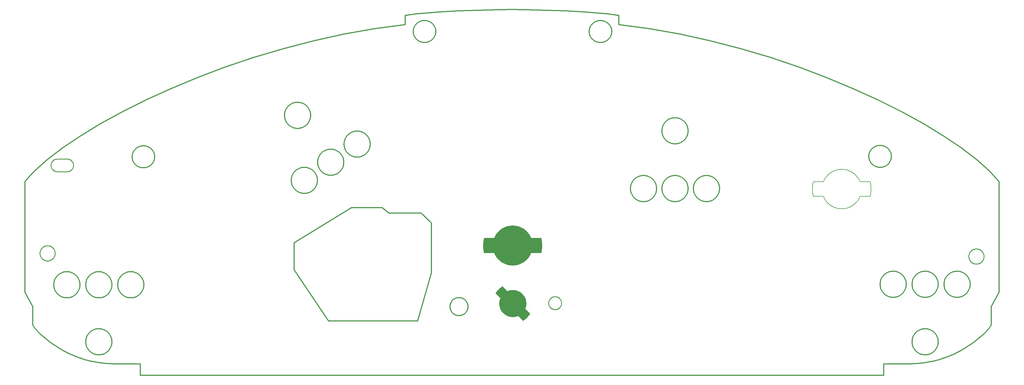
<source format=gbr>
%TF.GenerationSoftware,KiCad,Pcbnew,8.0.2-1*%
%TF.CreationDate,2024-05-26T16:10:42+02:00*%
%TF.ProjectId,Full-Backplane,46756c6c-2d42-4616-936b-706c616e652e,rev?*%
%TF.SameCoordinates,Original*%
%TF.FileFunction,Profile,NP*%
%FSLAX46Y46*%
G04 Gerber Fmt 4.6, Leading zero omitted, Abs format (unit mm)*
G04 Created by KiCad (PCBNEW 8.0.2-1) date 2024-05-26 16:10:42*
%MOMM*%
%LPD*%
G01*
G04 APERTURE LIST*
%TA.AperFunction,Profile*%
%ADD10C,0.181894*%
%TD*%
%TA.AperFunction,Profile*%
%ADD11C,0.123999*%
%TD*%
%TA.AperFunction,Profile*%
%ADD12C,0.300000*%
%TD*%
%TA.AperFunction,Profile*%
%ADD13C,0.252608*%
%TD*%
%TA.AperFunction,Profile*%
%ADD14C,0.215846*%
%TD*%
%TA.AperFunction,Profile*%
%ADD15C,0.214684*%
%TD*%
G04 APERTURE END LIST*
D10*
%TO.C,REF\u002A\u002A*%
X313796230Y-101338058D02*
X314091597Y-101359239D01*
X314385866Y-101394534D01*
X314678490Y-101443942D01*
X314968919Y-101507465D01*
X315256607Y-101585101D01*
X315541004Y-101676851D01*
X315821563Y-101782714D01*
X316097736Y-101902691D01*
X316368974Y-102036781D01*
X316634730Y-102184985D01*
X316894455Y-102347302D01*
X317147601Y-102523733D01*
X317393620Y-102714276D01*
X317631963Y-102918933D01*
X317862084Y-103137703D01*
X317971896Y-103251034D01*
X318078653Y-103367002D01*
X318182312Y-103485541D01*
X318282833Y-103606589D01*
X318380172Y-103730079D01*
X318474288Y-103855950D01*
X318565139Y-103984135D01*
X318652682Y-104114570D01*
X318736876Y-104247193D01*
X318817679Y-104381938D01*
X318895048Y-104518740D01*
X318968942Y-104657537D01*
X319039318Y-104798263D01*
X319106134Y-104940854D01*
X319169349Y-105085247D01*
X319228921Y-105231376D01*
X322376382Y-105231376D01*
X322443155Y-105511287D01*
X322501029Y-105792665D01*
X322550005Y-106075300D01*
X322590083Y-106358983D01*
X322621262Y-106643505D01*
X322643542Y-106928657D01*
X322656925Y-107214228D01*
X322661408Y-107500009D01*
X322656993Y-107785792D01*
X322643680Y-108071366D01*
X322621468Y-108356522D01*
X322590357Y-108641050D01*
X322550349Y-108924741D01*
X322501441Y-109207386D01*
X322443635Y-109488776D01*
X322376931Y-109768700D01*
X319228921Y-109768181D01*
X319169389Y-109914337D01*
X319106214Y-110058756D01*
X319039438Y-110201375D01*
X318969103Y-110342129D01*
X318895252Y-110480952D01*
X318817926Y-110617780D01*
X318737169Y-110752548D01*
X318653023Y-110885191D01*
X318565531Y-111015644D01*
X318474734Y-111143844D01*
X318380675Y-111269724D01*
X318283397Y-111393220D01*
X318182942Y-111514267D01*
X318079352Y-111632801D01*
X317972670Y-111748756D01*
X317862939Y-111862068D01*
X317641271Y-112073069D01*
X317410444Y-112271977D01*
X317170965Y-112458583D01*
X316923338Y-112632677D01*
X316668070Y-112794050D01*
X316405666Y-112942492D01*
X316136633Y-113077794D01*
X315861476Y-113199745D01*
X315580700Y-113308136D01*
X315294812Y-113402758D01*
X315004318Y-113483401D01*
X314709723Y-113549856D01*
X314411533Y-113601912D01*
X314110254Y-113639360D01*
X313806391Y-113661990D01*
X313500451Y-113669594D01*
X313194510Y-113662033D01*
X312890644Y-113639445D01*
X312589359Y-113602038D01*
X312291160Y-113550021D01*
X311996552Y-113483604D01*
X311706041Y-113402996D01*
X311420132Y-113308405D01*
X311139331Y-113200041D01*
X310864142Y-113078112D01*
X310595071Y-112942828D01*
X310332624Y-112794399D01*
X310077306Y-112633031D01*
X309829622Y-112458936D01*
X309590078Y-112272322D01*
X309359178Y-112073398D01*
X309137429Y-111862373D01*
X309027641Y-111749007D01*
X308920910Y-111633005D01*
X308817277Y-111514431D01*
X308716785Y-111393348D01*
X308619476Y-111269823D01*
X308525391Y-111143918D01*
X308434573Y-111015699D01*
X308347064Y-110885229D01*
X308262905Y-110752573D01*
X308182138Y-110617796D01*
X308104805Y-110480961D01*
X308030949Y-110342134D01*
X307960611Y-110201377D01*
X307893833Y-110058757D01*
X307830658Y-109914337D01*
X307771126Y-109768181D01*
X304623116Y-109768730D01*
X304556394Y-109488841D01*
X304498567Y-109207487D01*
X304449637Y-108924877D01*
X304409604Y-108641221D01*
X304378467Y-108356729D01*
X304356226Y-108071608D01*
X304342881Y-107786069D01*
X304338433Y-107500320D01*
X304342881Y-107214572D01*
X304356226Y-106929033D01*
X304378467Y-106643912D01*
X304409604Y-106359419D01*
X304449637Y-106075763D01*
X304498567Y-105793154D01*
X304556394Y-105511800D01*
X304623116Y-105231911D01*
X307770592Y-105231895D01*
X307830184Y-105085723D01*
X307893421Y-104941289D01*
X307960262Y-104798657D01*
X308030665Y-104657890D01*
X308104587Y-104519052D01*
X308181989Y-104382208D01*
X308262828Y-104247422D01*
X308347062Y-104114757D01*
X308434650Y-103984278D01*
X308525550Y-103856048D01*
X308619721Y-103730132D01*
X308717120Y-103606592D01*
X308817707Y-103485495D01*
X308921440Y-103366902D01*
X309028277Y-103250879D01*
X309138177Y-103137489D01*
X309368342Y-102918722D01*
X309606727Y-102714070D01*
X309852784Y-102523533D01*
X310105966Y-102347111D01*
X310365724Y-102184804D01*
X310631509Y-102036612D01*
X310902775Y-101902534D01*
X311178972Y-101782571D01*
X311459553Y-101676723D01*
X311743969Y-101584990D01*
X312031672Y-101507371D01*
X312322114Y-101443866D01*
X312614748Y-101394476D01*
X312909024Y-101359201D01*
X313204396Y-101338039D01*
X313500313Y-101330992D01*
X313796230Y-101338058D01*
D11*
X208971497Y-139459467D02*
X209070685Y-139417731D01*
X209170793Y-139378590D01*
X209271769Y-139342054D01*
X209373563Y-139308135D01*
X209476124Y-139276843D01*
X209579400Y-139248189D01*
X209683342Y-139222183D01*
X209787898Y-139198837D01*
X209893017Y-139178162D01*
X209998648Y-139160167D01*
X210104740Y-139144864D01*
X210211242Y-139132263D01*
X210318104Y-139122376D01*
X210425274Y-139115213D01*
X210532702Y-139110785D01*
X210640336Y-139109102D01*
X210856741Y-139114597D01*
X211070305Y-139130858D01*
X211280763Y-139157621D01*
X211487852Y-139194623D01*
X211691306Y-139241599D01*
X211890862Y-139298284D01*
X212086256Y-139364415D01*
X212277222Y-139439728D01*
X212463499Y-139523957D01*
X212644820Y-139616839D01*
X212820921Y-139718109D01*
X212991540Y-139827503D01*
X213156411Y-139944758D01*
X213315270Y-140069608D01*
X213467853Y-140201790D01*
X213613896Y-140341039D01*
X213753135Y-140487091D01*
X213885305Y-140639681D01*
X214010143Y-140798546D01*
X214127383Y-140963421D01*
X214236763Y-141134043D01*
X214338017Y-141310145D01*
X214430882Y-141491466D01*
X214515094Y-141677739D01*
X214590387Y-141868702D01*
X214656499Y-142064089D01*
X214713164Y-142263636D01*
X214760119Y-142467080D01*
X214797099Y-142674155D01*
X214823841Y-142884599D01*
X214840080Y-143098146D01*
X214845551Y-143314531D01*
X214843855Y-143422096D01*
X214839416Y-143529459D01*
X214832243Y-143636569D01*
X214822348Y-143743374D01*
X214809742Y-143849824D01*
X214794435Y-143955867D01*
X214776438Y-144061452D01*
X214755761Y-144166527D01*
X214732416Y-144271042D01*
X214706413Y-144374945D01*
X214677762Y-144478184D01*
X214646476Y-144580710D01*
X214612563Y-144682470D01*
X214576036Y-144783414D01*
X214536904Y-144883489D01*
X214495179Y-144982645D01*
X216012406Y-146499865D01*
X215909664Y-146666982D01*
X215801925Y-146830517D01*
X215689291Y-146990369D01*
X215571861Y-147146436D01*
X215449738Y-147298618D01*
X215323022Y-147446815D01*
X215191815Y-147590924D01*
X215056216Y-147730845D01*
X214916328Y-147866477D01*
X214772250Y-147997719D01*
X214624085Y-148124470D01*
X214471932Y-148246629D01*
X214315893Y-148364095D01*
X214156070Y-148476767D01*
X213992562Y-148584545D01*
X213825471Y-148687327D01*
X212308244Y-147169596D01*
X212209093Y-147211353D01*
X212109022Y-147250516D01*
X212008084Y-147287076D01*
X211906329Y-147321020D01*
X211803810Y-147352340D01*
X211700578Y-147381022D01*
X211596685Y-147407058D01*
X211492183Y-147430435D01*
X211387122Y-147451144D01*
X211281556Y-147469173D01*
X211175536Y-147484512D01*
X211069112Y-147497149D01*
X210962338Y-147507075D01*
X210855265Y-147514278D01*
X210747944Y-147518747D01*
X210640427Y-147520472D01*
X210431862Y-147515331D01*
X210224710Y-147499945D01*
X210019317Y-147474459D01*
X209816029Y-147439014D01*
X209615189Y-147393753D01*
X209417142Y-147338819D01*
X209222235Y-147274354D01*
X209030810Y-147200502D01*
X208843214Y-147117406D01*
X208659791Y-147025208D01*
X208480886Y-146924050D01*
X208306843Y-146814077D01*
X208138009Y-146695429D01*
X207974727Y-146568251D01*
X207817342Y-146432685D01*
X207666199Y-146288874D01*
X207522368Y-146137751D01*
X207386780Y-145980384D01*
X207259579Y-145817119D01*
X207140909Y-145648298D01*
X207030911Y-145474267D01*
X206929728Y-145295370D01*
X206837505Y-145111951D01*
X206754382Y-144924355D01*
X206680503Y-144732926D01*
X206616012Y-144538008D01*
X206561050Y-144339947D01*
X206515761Y-144139085D01*
X206480288Y-143935769D01*
X206454773Y-143730341D01*
X206439359Y-143523147D01*
X206434190Y-143314531D01*
X206435914Y-143206961D01*
X206440384Y-143099594D01*
X206447586Y-142992480D01*
X206457512Y-142885671D01*
X206470149Y-142779219D01*
X206485488Y-142673174D01*
X206503517Y-142567589D01*
X206524226Y-142462513D01*
X206547603Y-142357999D01*
X206573639Y-142254097D01*
X206602322Y-142150859D01*
X206633641Y-142048336D01*
X206667586Y-141946579D01*
X206704145Y-141845639D01*
X206743309Y-141745569D01*
X206785065Y-141646418D01*
X205267319Y-140129198D01*
X205370075Y-139962117D01*
X205477825Y-139798617D01*
X205590469Y-139638800D01*
X205707905Y-139482768D01*
X205830034Y-139330620D01*
X205956754Y-139182458D01*
X206087964Y-139038382D01*
X206223563Y-138898494D01*
X206363451Y-138762894D01*
X206507526Y-138631684D01*
X206655689Y-138504963D01*
X206807837Y-138382834D01*
X206963870Y-138265397D01*
X207123687Y-138152753D01*
X207287187Y-138045003D01*
X207454270Y-137942247D01*
X208971497Y-139459467D01*
%TA.AperFunction,Profile*%
G36*
X208971497Y-139459467D02*
G01*
X209070685Y-139417731D01*
X209170793Y-139378590D01*
X209271769Y-139342054D01*
X209373563Y-139308135D01*
X209476124Y-139276843D01*
X209579400Y-139248189D01*
X209683342Y-139222183D01*
X209787898Y-139198837D01*
X209893017Y-139178162D01*
X209998648Y-139160167D01*
X210104740Y-139144864D01*
X210211242Y-139132263D01*
X210318104Y-139122376D01*
X210425274Y-139115213D01*
X210532702Y-139110785D01*
X210640336Y-139109102D01*
X210856741Y-139114597D01*
X211070305Y-139130858D01*
X211280763Y-139157621D01*
X211487852Y-139194623D01*
X211691306Y-139241599D01*
X211890862Y-139298284D01*
X212086256Y-139364415D01*
X212277222Y-139439728D01*
X212463499Y-139523957D01*
X212644820Y-139616839D01*
X212820921Y-139718109D01*
X212991540Y-139827503D01*
X213156411Y-139944758D01*
X213315270Y-140069608D01*
X213467853Y-140201790D01*
X213613896Y-140341039D01*
X213753135Y-140487091D01*
X213885305Y-140639681D01*
X214010143Y-140798546D01*
X214127383Y-140963421D01*
X214236763Y-141134043D01*
X214338017Y-141310145D01*
X214430882Y-141491466D01*
X214515094Y-141677739D01*
X214590387Y-141868702D01*
X214656499Y-142064089D01*
X214713164Y-142263636D01*
X214760119Y-142467080D01*
X214797099Y-142674155D01*
X214823841Y-142884599D01*
X214840080Y-143098146D01*
X214845551Y-143314531D01*
X214843855Y-143422096D01*
X214839416Y-143529459D01*
X214832243Y-143636569D01*
X214822348Y-143743374D01*
X214809742Y-143849824D01*
X214794435Y-143955867D01*
X214776438Y-144061452D01*
X214755761Y-144166527D01*
X214732416Y-144271042D01*
X214706413Y-144374945D01*
X214677762Y-144478184D01*
X214646476Y-144580710D01*
X214612563Y-144682470D01*
X214576036Y-144783414D01*
X214536904Y-144883489D01*
X214495179Y-144982645D01*
X216012406Y-146499865D01*
X215909664Y-146666982D01*
X215801925Y-146830517D01*
X215689291Y-146990369D01*
X215571861Y-147146436D01*
X215449738Y-147298618D01*
X215323022Y-147446815D01*
X215191815Y-147590924D01*
X215056216Y-147730845D01*
X214916328Y-147866477D01*
X214772250Y-147997719D01*
X214624085Y-148124470D01*
X214471932Y-148246629D01*
X214315893Y-148364095D01*
X214156070Y-148476767D01*
X213992562Y-148584545D01*
X213825471Y-148687327D01*
X212308244Y-147169596D01*
X212209093Y-147211353D01*
X212109022Y-147250516D01*
X212008084Y-147287076D01*
X211906329Y-147321020D01*
X211803810Y-147352340D01*
X211700578Y-147381022D01*
X211596685Y-147407058D01*
X211492183Y-147430435D01*
X211387122Y-147451144D01*
X211281556Y-147469173D01*
X211175536Y-147484512D01*
X211069112Y-147497149D01*
X210962338Y-147507075D01*
X210855265Y-147514278D01*
X210747944Y-147518747D01*
X210640427Y-147520472D01*
X210431862Y-147515331D01*
X210224710Y-147499945D01*
X210019317Y-147474459D01*
X209816029Y-147439014D01*
X209615189Y-147393753D01*
X209417142Y-147338819D01*
X209222235Y-147274354D01*
X209030810Y-147200502D01*
X208843214Y-147117406D01*
X208659791Y-147025208D01*
X208480886Y-146924050D01*
X208306843Y-146814077D01*
X208138009Y-146695429D01*
X207974727Y-146568251D01*
X207817342Y-146432685D01*
X207666199Y-146288874D01*
X207522368Y-146137751D01*
X207386780Y-145980384D01*
X207259579Y-145817119D01*
X207140909Y-145648298D01*
X207030911Y-145474267D01*
X206929728Y-145295370D01*
X206837505Y-145111951D01*
X206754382Y-144924355D01*
X206680503Y-144732926D01*
X206616012Y-144538008D01*
X206561050Y-144339947D01*
X206515761Y-144139085D01*
X206480288Y-143935769D01*
X206454773Y-143730341D01*
X206439359Y-143523147D01*
X206434190Y-143314531D01*
X206435914Y-143206961D01*
X206440384Y-143099594D01*
X206447586Y-142992480D01*
X206457512Y-142885671D01*
X206470149Y-142779219D01*
X206485488Y-142673174D01*
X206503517Y-142567589D01*
X206524226Y-142462513D01*
X206547603Y-142357999D01*
X206573639Y-142254097D01*
X206602322Y-142150859D01*
X206633641Y-142048336D01*
X206667586Y-141946579D01*
X206704145Y-141845639D01*
X206743309Y-141745569D01*
X206785065Y-141646418D01*
X205267319Y-140129198D01*
X205370075Y-139962117D01*
X205477825Y-139798617D01*
X205590469Y-139638800D01*
X205707905Y-139482768D01*
X205830034Y-139330620D01*
X205956754Y-139182458D01*
X206087964Y-139038382D01*
X206223563Y-138898494D01*
X206363451Y-138762894D01*
X206507526Y-138631684D01*
X206655689Y-138504963D01*
X206807837Y-138382834D01*
X206963870Y-138265397D01*
X207123687Y-138152753D01*
X207287187Y-138045003D01*
X207454270Y-137942247D01*
X208971497Y-139459467D01*
G37*
%TD.AperFunction*%
D12*
%TO.C,B1*%
X171941056Y-115041511D02*
X182035020Y-115041511D01*
X185263764Y-118121940D01*
X185263764Y-133744743D01*
X180921921Y-148811531D01*
X153089509Y-148811531D01*
X142290681Y-132817161D01*
X142290681Y-124356178D01*
X160251862Y-113334633D01*
X169825959Y-113334633D01*
X171941056Y-115041511D01*
D13*
X65325073Y-125233623D02*
X65445495Y-125242780D01*
X65564165Y-125257859D01*
X65680936Y-125278712D01*
X65795658Y-125305190D01*
X65908182Y-125337144D01*
X66018359Y-125374424D01*
X66126040Y-125416881D01*
X66231076Y-125464368D01*
X66333318Y-125516734D01*
X66432617Y-125573830D01*
X66528825Y-125635509D01*
X66621792Y-125701619D01*
X66711369Y-125772014D01*
X66797407Y-125846543D01*
X66879758Y-125925058D01*
X66958271Y-126007410D01*
X67032799Y-126093449D01*
X67103193Y-126183027D01*
X67169303Y-126275994D01*
X67230980Y-126372203D01*
X67288075Y-126471503D01*
X67340440Y-126573745D01*
X67387925Y-126678782D01*
X67430382Y-126786463D01*
X67467661Y-126896640D01*
X67499614Y-127009164D01*
X67526091Y-127123885D01*
X67546944Y-127240655D01*
X67562023Y-127359325D01*
X67571180Y-127479746D01*
X67574265Y-127601768D01*
X67571180Y-127723792D01*
X67562023Y-127844214D01*
X67546944Y-127962885D01*
X67526091Y-128079656D01*
X67499614Y-128194378D01*
X67467661Y-128306902D01*
X67430382Y-128417079D01*
X67387925Y-128524761D01*
X67340440Y-128629798D01*
X67288075Y-128732040D01*
X67230980Y-128831340D01*
X67169303Y-128927549D01*
X67103193Y-129020516D01*
X67032799Y-129110094D01*
X66958271Y-129196133D01*
X66879758Y-129278484D01*
X66797407Y-129356999D01*
X66711369Y-129431527D01*
X66621792Y-129501921D01*
X66528825Y-129568032D01*
X66432617Y-129629710D01*
X66333318Y-129686806D01*
X66231076Y-129739171D01*
X66126040Y-129786657D01*
X66018359Y-129829114D01*
X65908182Y-129866394D01*
X65795658Y-129898347D01*
X65680936Y-129924825D01*
X65564165Y-129945677D01*
X65445495Y-129960757D01*
X65325073Y-129969914D01*
X65203049Y-129972999D01*
X65081026Y-129969914D01*
X64960604Y-129960757D01*
X64841933Y-129945677D01*
X64725162Y-129924825D01*
X64610441Y-129898347D01*
X64497917Y-129866394D01*
X64387740Y-129829114D01*
X64280059Y-129786657D01*
X64175023Y-129739171D01*
X64072781Y-129686806D01*
X63973481Y-129629710D01*
X63877274Y-129568032D01*
X63784307Y-129501921D01*
X63694730Y-129431527D01*
X63608692Y-129356999D01*
X63526341Y-129278484D01*
X63447827Y-129196133D01*
X63373299Y-129110094D01*
X63302906Y-129020516D01*
X63236796Y-128927549D01*
X63175119Y-128831340D01*
X63118024Y-128732040D01*
X63065659Y-128629798D01*
X63018173Y-128524761D01*
X62975717Y-128417079D01*
X62938437Y-128306902D01*
X62906485Y-128194378D01*
X62880008Y-128079656D01*
X62859155Y-127962885D01*
X62844076Y-127844214D01*
X62834919Y-127723792D01*
X62831833Y-127601768D01*
X62834919Y-127479746D01*
X62844076Y-127359325D01*
X62859155Y-127240655D01*
X62880008Y-127123885D01*
X62906485Y-127009164D01*
X62938437Y-126896640D01*
X62975717Y-126786463D01*
X63018173Y-126678782D01*
X63065659Y-126573745D01*
X63118024Y-126471503D01*
X63175119Y-126372203D01*
X63236796Y-126275994D01*
X63302906Y-126183027D01*
X63373299Y-126093449D01*
X63447827Y-126007410D01*
X63526341Y-125925058D01*
X63608692Y-125846543D01*
X63694730Y-125772014D01*
X63784307Y-125701619D01*
X63877274Y-125635509D01*
X63973481Y-125573830D01*
X64072781Y-125516734D01*
X64175023Y-125464368D01*
X64280059Y-125416881D01*
X64387740Y-125374424D01*
X64497917Y-125337144D01*
X64610441Y-125305190D01*
X64725162Y-125278712D01*
X64841933Y-125257859D01*
X64960604Y-125242780D01*
X65081026Y-125233623D01*
X65203049Y-125230537D01*
X65325073Y-125233623D01*
D12*
X71467872Y-133384644D02*
X71675428Y-133400427D01*
X71879968Y-133426418D01*
X72081232Y-133462360D01*
X72278966Y-133507997D01*
X72472911Y-133563071D01*
X72662812Y-133627327D01*
X72848410Y-133700506D01*
X73029450Y-133782353D01*
X73205675Y-133872610D01*
X73376828Y-133971021D01*
X73542652Y-134077329D01*
X73702890Y-134191278D01*
X73857286Y-134312609D01*
X74005582Y-134441067D01*
X74147523Y-134576395D01*
X74282850Y-134718335D01*
X74411308Y-134866632D01*
X74532639Y-135021028D01*
X74646587Y-135181267D01*
X74752895Y-135347092D01*
X74851306Y-135518245D01*
X74941563Y-135694471D01*
X75023409Y-135875512D01*
X75096589Y-136061111D01*
X75160844Y-136251012D01*
X75215919Y-136444959D01*
X75261556Y-136642693D01*
X75297498Y-136843959D01*
X75323489Y-137048499D01*
X75339272Y-137256058D01*
X75344590Y-137466377D01*
X75339272Y-137676696D01*
X75323489Y-137884254D01*
X75297498Y-138088795D01*
X75261556Y-138290061D01*
X75215919Y-138487795D01*
X75160844Y-138681741D01*
X75096589Y-138871643D01*
X75023409Y-139057242D01*
X74941563Y-139238283D01*
X74851306Y-139414509D01*
X74752895Y-139585662D01*
X74646587Y-139751487D01*
X74532639Y-139911726D01*
X74411308Y-140066122D01*
X74282850Y-140214419D01*
X74147523Y-140356359D01*
X74005582Y-140491687D01*
X73857286Y-140620145D01*
X73702890Y-140741476D01*
X73542652Y-140855424D01*
X73376828Y-140961732D01*
X73205675Y-141060144D01*
X73029450Y-141150401D01*
X72848410Y-141232248D01*
X72662812Y-141305427D01*
X72472911Y-141369683D01*
X72278966Y-141424757D01*
X72081232Y-141470394D01*
X71879968Y-141506336D01*
X71675428Y-141532327D01*
X71467872Y-141548110D01*
X71257554Y-141553428D01*
X71047236Y-141548110D01*
X70839679Y-141532327D01*
X70635140Y-141506336D01*
X70433875Y-141470394D01*
X70236142Y-141424757D01*
X70042196Y-141369683D01*
X69852296Y-141305427D01*
X69666697Y-141232248D01*
X69485657Y-141150401D01*
X69309432Y-141060144D01*
X69138279Y-140961732D01*
X68972455Y-140855424D01*
X68812217Y-140741476D01*
X68657822Y-140620145D01*
X68509525Y-140491687D01*
X68367585Y-140356359D01*
X68232257Y-140214419D01*
X68103800Y-140066122D01*
X67982469Y-139911726D01*
X67868521Y-139751487D01*
X67762213Y-139585662D01*
X67663802Y-139414509D01*
X67573545Y-139238283D01*
X67491698Y-139057242D01*
X67418518Y-138871643D01*
X67354263Y-138681741D01*
X67299189Y-138487795D01*
X67253552Y-138290061D01*
X67217610Y-138088795D01*
X67191619Y-137884254D01*
X67175836Y-137676696D01*
X67170518Y-137466377D01*
X67175836Y-137256058D01*
X67191619Y-137048499D01*
X67217610Y-136843959D01*
X67253552Y-136642693D01*
X67299189Y-136444959D01*
X67354263Y-136251012D01*
X67418518Y-136061111D01*
X67491698Y-135875512D01*
X67573545Y-135694471D01*
X67663802Y-135518245D01*
X67762213Y-135347092D01*
X67868521Y-135181267D01*
X67982469Y-135021028D01*
X68103800Y-134866632D01*
X68232257Y-134718335D01*
X68367585Y-134576395D01*
X68509525Y-134441067D01*
X68657822Y-134312609D01*
X68812217Y-134191278D01*
X68972455Y-134077329D01*
X69138279Y-133971021D01*
X69309432Y-133872610D01*
X69485657Y-133782353D01*
X69666697Y-133700506D01*
X69852296Y-133627327D01*
X70042196Y-133563071D01*
X70236142Y-133507997D01*
X70433875Y-133462360D01*
X70635140Y-133426418D01*
X70839679Y-133400427D01*
X71047236Y-133384644D01*
X71257554Y-133379326D01*
X71467872Y-133384644D01*
X81458442Y-133384644D02*
X81665999Y-133400427D01*
X81870538Y-133426418D01*
X82071803Y-133462360D01*
X82269536Y-133507997D01*
X82463481Y-133563071D01*
X82653382Y-133627327D01*
X82838980Y-133700506D01*
X83020021Y-133782353D01*
X83196245Y-133872610D01*
X83367398Y-133971021D01*
X83533222Y-134077329D01*
X83693460Y-134191278D01*
X83847856Y-134312609D01*
X83996152Y-134441067D01*
X84138093Y-134576395D01*
X84273420Y-134718335D01*
X84401878Y-134866632D01*
X84523209Y-135021028D01*
X84637157Y-135181267D01*
X84743465Y-135347092D01*
X84841876Y-135518245D01*
X84932133Y-135694471D01*
X85013980Y-135875512D01*
X85087159Y-136061111D01*
X85151414Y-136251012D01*
X85206489Y-136444959D01*
X85252126Y-136642693D01*
X85288068Y-136843959D01*
X85314059Y-137048499D01*
X85329842Y-137256058D01*
X85335160Y-137466377D01*
X85329842Y-137676696D01*
X85314059Y-137884254D01*
X85288068Y-138088795D01*
X85252126Y-138290061D01*
X85206489Y-138487795D01*
X85151414Y-138681741D01*
X85087159Y-138871643D01*
X85013980Y-139057242D01*
X84932133Y-139238283D01*
X84841876Y-139414509D01*
X84743465Y-139585662D01*
X84637157Y-139751487D01*
X84523209Y-139911726D01*
X84401878Y-140066122D01*
X84273420Y-140214419D01*
X84138093Y-140356359D01*
X83996152Y-140491687D01*
X83847856Y-140620145D01*
X83693460Y-140741476D01*
X83533222Y-140855424D01*
X83367398Y-140961732D01*
X83196245Y-141060144D01*
X83020021Y-141150401D01*
X82838980Y-141232248D01*
X82653382Y-141305427D01*
X82463481Y-141369683D01*
X82269536Y-141424757D01*
X82071803Y-141470394D01*
X81870538Y-141506336D01*
X81665999Y-141532327D01*
X81458442Y-141548110D01*
X81248124Y-141553428D01*
X81037806Y-141548110D01*
X80830249Y-141532327D01*
X80625710Y-141506336D01*
X80424445Y-141470394D01*
X80226712Y-141424757D01*
X80032766Y-141369683D01*
X79842866Y-141305427D01*
X79657267Y-141232248D01*
X79476227Y-141150401D01*
X79300002Y-141060144D01*
X79128849Y-140961732D01*
X78963025Y-140855424D01*
X78802787Y-140741476D01*
X78648392Y-140620145D01*
X78500095Y-140491687D01*
X78358155Y-140356359D01*
X78222828Y-140214419D01*
X78094370Y-140066122D01*
X77973039Y-139911726D01*
X77859091Y-139751487D01*
X77752783Y-139585662D01*
X77654372Y-139414509D01*
X77564115Y-139238283D01*
X77482268Y-139057242D01*
X77409089Y-138871643D01*
X77344833Y-138681741D01*
X77289759Y-138487795D01*
X77244122Y-138290061D01*
X77208180Y-138088795D01*
X77182189Y-137884254D01*
X77166406Y-137676696D01*
X77161088Y-137466377D01*
X77166406Y-137256058D01*
X77182189Y-137048499D01*
X77208180Y-136843959D01*
X77244122Y-136642693D01*
X77289759Y-136444959D01*
X77344833Y-136251012D01*
X77409089Y-136061111D01*
X77482268Y-135875512D01*
X77564115Y-135694471D01*
X77654372Y-135518245D01*
X77752783Y-135347092D01*
X77859091Y-135181267D01*
X77973039Y-135021028D01*
X78094370Y-134866632D01*
X78222828Y-134718335D01*
X78358155Y-134576395D01*
X78500095Y-134441067D01*
X78648392Y-134312609D01*
X78802787Y-134191278D01*
X78963025Y-134077329D01*
X79128849Y-133971021D01*
X79300002Y-133872610D01*
X79476227Y-133782353D01*
X79657267Y-133700506D01*
X79842866Y-133627327D01*
X80032766Y-133563071D01*
X80226712Y-133507997D01*
X80424445Y-133462360D01*
X80625710Y-133426418D01*
X80830249Y-133400427D01*
X81037806Y-133384644D01*
X81248124Y-133379326D01*
X81458442Y-133384644D01*
X81458442Y-151246567D02*
X81665999Y-151262350D01*
X81870538Y-151288341D01*
X82071803Y-151324283D01*
X82269536Y-151369920D01*
X82463481Y-151424994D01*
X82653382Y-151489250D01*
X82838980Y-151562429D01*
X83020021Y-151644276D01*
X83196245Y-151734534D01*
X83367398Y-151832945D01*
X83533222Y-151939253D01*
X83693460Y-152053201D01*
X83847856Y-152174532D01*
X83996152Y-152302990D01*
X84138093Y-152438318D01*
X84273420Y-152580259D01*
X84401878Y-152728555D01*
X84523209Y-152882952D01*
X84637157Y-153043190D01*
X84743465Y-153209015D01*
X84841876Y-153380168D01*
X84932133Y-153556394D01*
X85013980Y-153737435D01*
X85087159Y-153923034D01*
X85151414Y-154112936D01*
X85206489Y-154306882D01*
X85252126Y-154504616D01*
X85288068Y-154705882D01*
X85314059Y-154910423D01*
X85329842Y-155117981D01*
X85335160Y-155328300D01*
X85329842Y-155538619D01*
X85314059Y-155746178D01*
X85288068Y-155950718D01*
X85252126Y-156151984D01*
X85206489Y-156349718D01*
X85151414Y-156543665D01*
X85087159Y-156733566D01*
X85013980Y-156919166D01*
X84932133Y-157100207D01*
X84841876Y-157276432D01*
X84743465Y-157447586D01*
X84637157Y-157613410D01*
X84523209Y-157773649D01*
X84401878Y-157928045D01*
X84273420Y-158076342D01*
X84138093Y-158218282D01*
X83996152Y-158353610D01*
X83847856Y-158482068D01*
X83693460Y-158603400D01*
X83533222Y-158717348D01*
X83367398Y-158823656D01*
X83196245Y-158922067D01*
X83020021Y-159012324D01*
X82838980Y-159094171D01*
X82653382Y-159167351D01*
X82463481Y-159231606D01*
X82269536Y-159286680D01*
X82071803Y-159332317D01*
X81870538Y-159368260D01*
X81665999Y-159394251D01*
X81458442Y-159410034D01*
X81248124Y-159415352D01*
X81037806Y-159410034D01*
X80830249Y-159394251D01*
X80625710Y-159368260D01*
X80424445Y-159332317D01*
X80226712Y-159286680D01*
X80032766Y-159231606D01*
X79842866Y-159167351D01*
X79657267Y-159094171D01*
X79476227Y-159012324D01*
X79300002Y-158922067D01*
X79128849Y-158823656D01*
X78963025Y-158717348D01*
X78802787Y-158603400D01*
X78648392Y-158482068D01*
X78500095Y-158353610D01*
X78358155Y-158218282D01*
X78222828Y-158076342D01*
X78094370Y-157928045D01*
X77973039Y-157773649D01*
X77859091Y-157613410D01*
X77752783Y-157447586D01*
X77654372Y-157276432D01*
X77564115Y-157100207D01*
X77482268Y-156919166D01*
X77409089Y-156733566D01*
X77344833Y-156543665D01*
X77289759Y-156349718D01*
X77244122Y-156151984D01*
X77208180Y-155950718D01*
X77182189Y-155746178D01*
X77166406Y-155538619D01*
X77161088Y-155328300D01*
X77166406Y-155117981D01*
X77182189Y-154910423D01*
X77208180Y-154705882D01*
X77244122Y-154504616D01*
X77289759Y-154306882D01*
X77344833Y-154112936D01*
X77409089Y-153923034D01*
X77482268Y-153737435D01*
X77564115Y-153556394D01*
X77654372Y-153380168D01*
X77752783Y-153209015D01*
X77859091Y-153043190D01*
X77973039Y-152882952D01*
X78094370Y-152728555D01*
X78222828Y-152580259D01*
X78358155Y-152438318D01*
X78500095Y-152302990D01*
X78648392Y-152174532D01*
X78802787Y-152053201D01*
X78963025Y-151939253D01*
X79128849Y-151832945D01*
X79300002Y-151734534D01*
X79476227Y-151644276D01*
X79657267Y-151562429D01*
X79842866Y-151489250D01*
X80032766Y-151424994D01*
X80226712Y-151369920D01*
X80424445Y-151324283D01*
X80625710Y-151288341D01*
X80830249Y-151262350D01*
X81037806Y-151246567D01*
X81248124Y-151241249D01*
X81458442Y-151246567D01*
X91449012Y-133384644D02*
X91656569Y-133400427D01*
X91861108Y-133426418D01*
X92062373Y-133462360D01*
X92260106Y-133507997D01*
X92454051Y-133563071D01*
X92643952Y-133627327D01*
X92829550Y-133700506D01*
X93010591Y-133782353D01*
X93186815Y-133872610D01*
X93357968Y-133971021D01*
X93523792Y-134077329D01*
X93684030Y-134191278D01*
X93838426Y-134312609D01*
X93986722Y-134441067D01*
X94128663Y-134576395D01*
X94263990Y-134718335D01*
X94392448Y-134866632D01*
X94513779Y-135021028D01*
X94627727Y-135181267D01*
X94734035Y-135347092D01*
X94832446Y-135518245D01*
X94922703Y-135694471D01*
X95004550Y-135875512D01*
X95077729Y-136061111D01*
X95141984Y-136251012D01*
X95197059Y-136444959D01*
X95242696Y-136642693D01*
X95278638Y-136843959D01*
X95304629Y-137048499D01*
X95320412Y-137256058D01*
X95325730Y-137466377D01*
X95320412Y-137676696D01*
X95304629Y-137884254D01*
X95278638Y-138088795D01*
X95242696Y-138290061D01*
X95197059Y-138487795D01*
X95141984Y-138681741D01*
X95077729Y-138871643D01*
X95004550Y-139057242D01*
X94922703Y-139238283D01*
X94832446Y-139414509D01*
X94734035Y-139585662D01*
X94627727Y-139751487D01*
X94513779Y-139911726D01*
X94392448Y-140066122D01*
X94263990Y-140214419D01*
X94128663Y-140356359D01*
X93986722Y-140491687D01*
X93838426Y-140620145D01*
X93684030Y-140741476D01*
X93523792Y-140855424D01*
X93357968Y-140961732D01*
X93186815Y-141060144D01*
X93010591Y-141150401D01*
X92829550Y-141232248D01*
X92643952Y-141305427D01*
X92454051Y-141369683D01*
X92260106Y-141424757D01*
X92062373Y-141470394D01*
X91861108Y-141506336D01*
X91656569Y-141532327D01*
X91449012Y-141548110D01*
X91238694Y-141553428D01*
X91028376Y-141548110D01*
X90820819Y-141532327D01*
X90616280Y-141506336D01*
X90415015Y-141470394D01*
X90217282Y-141424757D01*
X90023336Y-141369683D01*
X89833436Y-141305427D01*
X89647837Y-141232248D01*
X89466797Y-141150401D01*
X89290572Y-141060144D01*
X89119419Y-140961732D01*
X88953596Y-140855424D01*
X88793357Y-140741476D01*
X88638962Y-140620145D01*
X88490665Y-140491687D01*
X88348725Y-140356359D01*
X88213398Y-140214419D01*
X88084940Y-140066122D01*
X87963609Y-139911726D01*
X87849661Y-139751487D01*
X87743353Y-139585662D01*
X87644942Y-139414509D01*
X87554685Y-139238283D01*
X87472838Y-139057242D01*
X87399659Y-138871643D01*
X87335403Y-138681741D01*
X87280329Y-138487795D01*
X87234692Y-138290061D01*
X87198750Y-138088795D01*
X87172759Y-137884254D01*
X87156976Y-137676696D01*
X87151658Y-137466377D01*
X87156976Y-137256058D01*
X87172759Y-137048499D01*
X87198750Y-136843959D01*
X87234692Y-136642693D01*
X87280329Y-136444959D01*
X87335403Y-136251012D01*
X87399659Y-136061111D01*
X87472838Y-135875512D01*
X87554685Y-135694471D01*
X87644942Y-135518245D01*
X87743353Y-135347092D01*
X87849661Y-135181267D01*
X87963609Y-135021028D01*
X88084940Y-134866632D01*
X88213398Y-134718335D01*
X88348725Y-134576395D01*
X88490665Y-134441067D01*
X88638962Y-134312609D01*
X88793357Y-134191278D01*
X88953596Y-134077329D01*
X89119419Y-133971021D01*
X89290572Y-133872610D01*
X89466797Y-133782353D01*
X89647837Y-133700506D01*
X89833436Y-133627327D01*
X90023336Y-133563071D01*
X90217282Y-133507997D01*
X90415015Y-133462360D01*
X90616280Y-133426418D01*
X90820819Y-133400427D01*
X91028376Y-133384644D01*
X91238694Y-133379326D01*
X91449012Y-133384644D01*
X95372564Y-93971273D02*
X95552050Y-93984512D01*
X95728927Y-94006315D01*
X95902972Y-94036466D01*
X96073963Y-94074748D01*
X96241678Y-94120948D01*
X96405895Y-94174849D01*
X96566392Y-94236236D01*
X96722947Y-94304894D01*
X96875338Y-94380607D01*
X97023343Y-94463159D01*
X97166739Y-94552336D01*
X97305305Y-94647922D01*
X97438819Y-94749702D01*
X97567058Y-94857460D01*
X97689801Y-94970980D01*
X97806825Y-95090048D01*
X97917909Y-95214448D01*
X98022830Y-95343964D01*
X98121366Y-95478382D01*
X98213295Y-95617485D01*
X98298396Y-95761058D01*
X98376445Y-95908886D01*
X98447222Y-96060753D01*
X98510504Y-96216445D01*
X98566068Y-96375745D01*
X98613693Y-96538438D01*
X98653158Y-96704310D01*
X98684238Y-96873143D01*
X98706714Y-97044723D01*
X98720362Y-97218835D01*
X98724961Y-97395263D01*
X98720362Y-97571691D01*
X98706714Y-97745803D01*
X98684238Y-97917384D01*
X98653158Y-98086218D01*
X98613693Y-98252089D01*
X98566068Y-98414782D01*
X98510504Y-98574083D01*
X98447222Y-98729775D01*
X98376445Y-98881642D01*
X98298396Y-99029471D01*
X98213295Y-99173044D01*
X98121366Y-99312148D01*
X98022830Y-99446565D01*
X97917909Y-99576082D01*
X97806825Y-99700482D01*
X97689801Y-99819550D01*
X97567058Y-99933071D01*
X97438819Y-100040829D01*
X97305305Y-100142609D01*
X97166739Y-100238196D01*
X97023343Y-100327373D01*
X96875338Y-100409926D01*
X96722947Y-100485639D01*
X96566392Y-100554297D01*
X96405895Y-100615685D01*
X96241678Y-100669586D01*
X96073963Y-100715786D01*
X95902972Y-100754068D01*
X95728927Y-100784219D01*
X95552050Y-100806022D01*
X95372564Y-100819261D01*
X95190690Y-100823723D01*
X95008816Y-100819261D01*
X94829329Y-100806022D01*
X94652453Y-100784219D01*
X94478408Y-100754068D01*
X94307417Y-100715786D01*
X94139702Y-100669586D01*
X93975484Y-100615685D01*
X93814987Y-100554297D01*
X93658432Y-100485639D01*
X93506041Y-100409926D01*
X93358037Y-100327373D01*
X93214640Y-100238196D01*
X93076074Y-100142609D01*
X92942561Y-100040829D01*
X92814321Y-99933071D01*
X92691579Y-99819550D01*
X92574554Y-99700482D01*
X92463471Y-99576082D01*
X92358550Y-99446565D01*
X92260014Y-99312148D01*
X92168084Y-99173044D01*
X92082984Y-99029471D01*
X92004934Y-98881642D01*
X91934158Y-98729775D01*
X91870876Y-98574083D01*
X91815311Y-98414782D01*
X91767686Y-98252089D01*
X91728222Y-98086218D01*
X91697141Y-97917384D01*
X91674665Y-97745803D01*
X91661017Y-97571691D01*
X91656418Y-97395263D01*
X91661017Y-97218835D01*
X91674665Y-97044723D01*
X91697141Y-96873143D01*
X91728222Y-96704310D01*
X91767686Y-96538438D01*
X91815311Y-96375745D01*
X91870876Y-96216445D01*
X91934158Y-96060753D01*
X92004934Y-95908886D01*
X92082984Y-95761058D01*
X92168084Y-95617485D01*
X92260014Y-95478382D01*
X92358550Y-95343964D01*
X92463471Y-95214448D01*
X92574554Y-95090048D01*
X92691579Y-94970980D01*
X92814321Y-94857460D01*
X92942561Y-94749702D01*
X93076074Y-94647922D01*
X93214640Y-94552336D01*
X93358037Y-94463159D01*
X93506041Y-94380607D01*
X93658432Y-94304894D01*
X93814987Y-94236236D01*
X93975484Y-94174849D01*
X94139702Y-94120948D01*
X94307417Y-94074748D01*
X94478408Y-94036466D01*
X94652453Y-94006315D01*
X94829329Y-93984512D01*
X95008816Y-93971273D01*
X95190690Y-93966812D01*
X95372564Y-93971273D01*
X143596749Y-80328659D02*
X143804307Y-80344442D01*
X144008847Y-80370433D01*
X144210113Y-80406375D01*
X144407848Y-80452012D01*
X144601794Y-80507087D01*
X144791695Y-80571342D01*
X144977295Y-80644522D01*
X145158336Y-80726368D01*
X145334561Y-80816626D01*
X145505715Y-80915037D01*
X145671539Y-81021345D01*
X145831778Y-81135293D01*
X145986174Y-81256625D01*
X146134471Y-81385083D01*
X146276412Y-81520410D01*
X146411739Y-81662351D01*
X146540197Y-81810648D01*
X146661529Y-81965044D01*
X146775477Y-82125283D01*
X146881785Y-82291107D01*
X146980196Y-82462261D01*
X147070453Y-82638486D01*
X147152300Y-82819527D01*
X147225480Y-83005127D01*
X147289735Y-83195028D01*
X147344810Y-83388974D01*
X147390447Y-83586709D01*
X147426389Y-83787975D01*
X147452380Y-83992515D01*
X147468163Y-84200073D01*
X147473481Y-84410392D01*
X147468163Y-84620712D01*
X147452380Y-84828270D01*
X147426389Y-85032810D01*
X147390447Y-85234076D01*
X147344810Y-85431811D01*
X147289735Y-85625757D01*
X147225480Y-85815658D01*
X147152300Y-86001258D01*
X147070453Y-86182299D01*
X146980196Y-86358524D01*
X146881785Y-86529678D01*
X146775477Y-86695502D01*
X146661529Y-86855741D01*
X146540197Y-87010137D01*
X146411739Y-87158434D01*
X146276412Y-87300375D01*
X146134471Y-87435702D01*
X145986174Y-87564160D01*
X145831778Y-87685492D01*
X145671539Y-87799440D01*
X145505715Y-87905748D01*
X145334561Y-88004159D01*
X145158336Y-88094416D01*
X144977295Y-88176263D01*
X144791695Y-88249443D01*
X144601794Y-88313698D01*
X144407848Y-88368773D01*
X144210113Y-88414410D01*
X144008847Y-88450352D01*
X143804307Y-88476343D01*
X143596749Y-88492126D01*
X143386429Y-88497444D01*
X143176110Y-88492126D01*
X142968552Y-88476343D01*
X142764012Y-88450352D01*
X142562746Y-88414410D01*
X142365011Y-88368773D01*
X142171065Y-88313698D01*
X141981164Y-88249443D01*
X141795564Y-88176263D01*
X141614523Y-88094416D01*
X141438298Y-88004159D01*
X141267144Y-87905748D01*
X141101320Y-87799440D01*
X140941081Y-87685492D01*
X140786685Y-87564160D01*
X140638388Y-87435702D01*
X140496447Y-87300375D01*
X140361119Y-87158434D01*
X140232661Y-87010137D01*
X140111330Y-86855741D01*
X139997382Y-86695502D01*
X139891074Y-86529678D01*
X139792663Y-86358524D01*
X139702405Y-86182299D01*
X139620559Y-86001258D01*
X139547379Y-85815658D01*
X139483124Y-85625757D01*
X139428049Y-85431811D01*
X139382412Y-85234076D01*
X139346470Y-85032810D01*
X139320479Y-84828270D01*
X139304696Y-84620712D01*
X139299378Y-84410392D01*
X139304696Y-84200073D01*
X139320479Y-83992515D01*
X139346470Y-83787975D01*
X139382412Y-83586709D01*
X139428049Y-83388974D01*
X139483124Y-83195028D01*
X139547379Y-83005127D01*
X139620559Y-82819527D01*
X139702405Y-82638486D01*
X139792663Y-82462261D01*
X139891074Y-82291107D01*
X139997382Y-82125283D01*
X140111330Y-81965044D01*
X140232661Y-81810648D01*
X140361119Y-81662351D01*
X140496447Y-81520410D01*
X140638388Y-81385083D01*
X140786685Y-81256625D01*
X140941081Y-81135293D01*
X141101320Y-81021345D01*
X141267144Y-80915037D01*
X141438298Y-80816626D01*
X141614523Y-80726368D01*
X141795564Y-80644522D01*
X141981164Y-80571342D01*
X142171065Y-80507087D01*
X142365011Y-80452012D01*
X142562746Y-80406375D01*
X142764012Y-80370433D01*
X142968552Y-80344442D01*
X143176110Y-80328659D01*
X143386429Y-80323341D01*
X143596749Y-80328659D01*
X145715966Y-100688232D02*
X145923524Y-100704015D01*
X146128064Y-100730006D01*
X146329330Y-100765949D01*
X146527065Y-100811586D01*
X146721011Y-100866660D01*
X146910912Y-100930915D01*
X147096512Y-101004095D01*
X147277553Y-101085942D01*
X147453778Y-101176199D01*
X147624932Y-101274610D01*
X147790756Y-101380918D01*
X147950995Y-101494866D01*
X148105391Y-101616198D01*
X148253688Y-101744656D01*
X148395629Y-101879984D01*
X148530956Y-102021924D01*
X148659414Y-102170221D01*
X148780746Y-102324617D01*
X148894694Y-102484856D01*
X149001002Y-102650680D01*
X149099413Y-102821834D01*
X149189670Y-102998059D01*
X149271517Y-103179100D01*
X149344697Y-103364700D01*
X149408952Y-103554601D01*
X149464027Y-103748548D01*
X149509663Y-103946282D01*
X149545606Y-104147548D01*
X149571597Y-104352088D01*
X149587380Y-104559647D01*
X149592698Y-104769966D01*
X149587380Y-104980285D01*
X149571597Y-105187843D01*
X149545606Y-105392384D01*
X149509663Y-105593650D01*
X149464027Y-105791384D01*
X149408952Y-105985330D01*
X149344697Y-106175232D01*
X149271517Y-106360831D01*
X149189670Y-106541872D01*
X149099413Y-106718098D01*
X149001002Y-106889251D01*
X148894694Y-107055076D01*
X148780746Y-107215314D01*
X148659414Y-107369711D01*
X148530956Y-107518007D01*
X148395629Y-107659948D01*
X148253688Y-107795276D01*
X148105391Y-107923734D01*
X147950995Y-108045065D01*
X147790756Y-108159013D01*
X147624932Y-108265321D01*
X147453778Y-108363732D01*
X147277553Y-108453990D01*
X147096512Y-108535837D01*
X146910912Y-108609016D01*
X146721011Y-108673272D01*
X146527065Y-108728346D01*
X146329330Y-108773983D01*
X146128064Y-108809925D01*
X145923524Y-108835916D01*
X145715966Y-108851699D01*
X145505646Y-108857017D01*
X145295327Y-108851699D01*
X145087769Y-108835916D01*
X144883228Y-108809925D01*
X144681963Y-108773983D01*
X144484228Y-108728346D01*
X144290282Y-108673272D01*
X144100381Y-108609016D01*
X143914781Y-108535837D01*
X143733740Y-108453990D01*
X143557514Y-108363732D01*
X143386361Y-108265321D01*
X143220537Y-108159013D01*
X143060298Y-108045065D01*
X142905902Y-107923734D01*
X142757605Y-107795276D01*
X142615664Y-107659948D01*
X142480336Y-107518007D01*
X142351878Y-107369711D01*
X142230547Y-107215314D01*
X142116599Y-107055076D01*
X142010291Y-106889251D01*
X141911880Y-106718098D01*
X141821622Y-106541872D01*
X141739776Y-106360831D01*
X141666596Y-106175232D01*
X141602341Y-105985330D01*
X141547266Y-105791384D01*
X141501629Y-105593650D01*
X141465687Y-105392384D01*
X141439696Y-105187843D01*
X141423913Y-104980285D01*
X141418595Y-104769966D01*
X141423913Y-104559647D01*
X141439696Y-104352088D01*
X141465687Y-104147548D01*
X141501629Y-103946282D01*
X141547266Y-103748548D01*
X141602341Y-103554601D01*
X141666596Y-103364700D01*
X141739776Y-103179100D01*
X141821622Y-102998059D01*
X141911880Y-102821834D01*
X142010291Y-102650680D01*
X142116599Y-102484856D01*
X142230547Y-102324617D01*
X142351878Y-102170221D01*
X142480336Y-102021924D01*
X142615664Y-101879984D01*
X142757605Y-101744656D01*
X142905902Y-101616198D01*
X143060298Y-101494866D01*
X143220537Y-101380918D01*
X143386361Y-101274610D01*
X143557514Y-101176199D01*
X143733740Y-101085942D01*
X143914781Y-101004095D01*
X144100381Y-100930915D01*
X144290282Y-100866660D01*
X144484228Y-100811586D01*
X144681963Y-100765949D01*
X144883228Y-100730006D01*
X145087769Y-100704015D01*
X145295327Y-100688232D01*
X145505646Y-100682914D01*
X145715966Y-100688232D01*
X153965737Y-95014526D02*
X154173295Y-95030309D01*
X154377835Y-95056300D01*
X154579101Y-95092243D01*
X154776836Y-95137879D01*
X154970782Y-95192954D01*
X155160683Y-95257209D01*
X155346283Y-95330389D01*
X155527324Y-95412236D01*
X155703549Y-95502493D01*
X155874703Y-95600904D01*
X156040527Y-95707212D01*
X156200766Y-95821160D01*
X156355162Y-95942492D01*
X156503459Y-96070950D01*
X156645400Y-96206278D01*
X156780727Y-96348218D01*
X156909185Y-96496515D01*
X157030517Y-96650911D01*
X157144465Y-96811150D01*
X157250773Y-96976974D01*
X157349184Y-97148128D01*
X157439441Y-97324353D01*
X157521288Y-97505394D01*
X157594468Y-97690994D01*
X157658723Y-97880895D01*
X157713798Y-98074842D01*
X157759435Y-98272576D01*
X157795377Y-98473842D01*
X157821368Y-98678382D01*
X157837151Y-98885941D01*
X157842469Y-99096260D01*
X157837151Y-99306579D01*
X157821368Y-99514137D01*
X157795377Y-99718678D01*
X157759435Y-99919944D01*
X157713798Y-100117678D01*
X157658723Y-100311624D01*
X157594468Y-100501526D01*
X157521288Y-100687125D01*
X157439441Y-100868166D01*
X157349184Y-101044392D01*
X157250773Y-101215545D01*
X157144465Y-101381370D01*
X157030517Y-101541608D01*
X156909185Y-101696004D01*
X156780727Y-101844301D01*
X156645400Y-101986242D01*
X156503459Y-102121570D01*
X156355162Y-102250028D01*
X156200766Y-102371359D01*
X156040527Y-102485307D01*
X155874703Y-102591615D01*
X155703549Y-102690026D01*
X155527324Y-102780284D01*
X155346283Y-102862131D01*
X155160683Y-102935310D01*
X154970782Y-102999566D01*
X154776836Y-103054640D01*
X154579101Y-103100277D01*
X154377835Y-103136219D01*
X154173295Y-103162210D01*
X153965737Y-103177993D01*
X153755417Y-103183311D01*
X153545098Y-103177993D01*
X153337540Y-103162210D01*
X153133000Y-103136219D01*
X152931734Y-103100277D01*
X152733999Y-103054640D01*
X152540053Y-102999566D01*
X152350152Y-102935310D01*
X152164552Y-102862131D01*
X151983511Y-102780284D01*
X151807286Y-102690026D01*
X151636132Y-102591615D01*
X151470308Y-102485307D01*
X151310069Y-102371359D01*
X151155673Y-102250028D01*
X151007376Y-102121570D01*
X150865435Y-101986242D01*
X150730108Y-101844301D01*
X150601650Y-101696004D01*
X150480318Y-101541608D01*
X150366370Y-101381370D01*
X150260062Y-101215545D01*
X150161651Y-101044392D01*
X150071394Y-100868166D01*
X149989547Y-100687125D01*
X149916367Y-100501526D01*
X149852112Y-100311624D01*
X149797037Y-100117678D01*
X149751400Y-99919944D01*
X149715458Y-99718678D01*
X149689467Y-99514137D01*
X149673684Y-99306579D01*
X149668366Y-99096260D01*
X149673684Y-98885941D01*
X149689467Y-98678382D01*
X149715458Y-98473842D01*
X149751400Y-98272576D01*
X149797037Y-98074842D01*
X149852112Y-97880895D01*
X149916367Y-97690994D01*
X149989547Y-97505394D01*
X150071394Y-97324353D01*
X150161651Y-97148128D01*
X150260062Y-96976974D01*
X150366370Y-96811150D01*
X150480318Y-96650911D01*
X150601650Y-96496515D01*
X150730108Y-96348218D01*
X150865435Y-96206278D01*
X151007376Y-96070950D01*
X151155673Y-95942492D01*
X151310069Y-95821160D01*
X151470308Y-95707212D01*
X151636132Y-95600904D01*
X151807286Y-95502493D01*
X151983511Y-95412236D01*
X152164552Y-95330389D01*
X152350152Y-95257209D01*
X152540053Y-95192954D01*
X152733999Y-95137879D01*
X152931734Y-95092243D01*
X153133000Y-95056300D01*
X153337540Y-95030309D01*
X153545098Y-95014526D01*
X153755417Y-95009208D01*
X153965737Y-95014526D01*
X162215523Y-89338059D02*
X162423081Y-89353841D01*
X162627622Y-89379832D01*
X162828888Y-89415775D01*
X163026622Y-89461412D01*
X163220568Y-89516486D01*
X163410470Y-89580742D01*
X163596069Y-89653921D01*
X163777110Y-89735768D01*
X163953336Y-89826025D01*
X164124489Y-89924436D01*
X164290314Y-90030744D01*
X164450552Y-90144692D01*
X164604949Y-90266024D01*
X164753245Y-90394482D01*
X164895186Y-90529810D01*
X165030514Y-90671750D01*
X165158972Y-90820047D01*
X165280303Y-90974443D01*
X165394251Y-91134682D01*
X165500559Y-91300506D01*
X165598970Y-91471660D01*
X165689228Y-91647886D01*
X165771075Y-91828926D01*
X165844254Y-92014526D01*
X165908510Y-92204427D01*
X165963584Y-92398374D01*
X166009221Y-92596108D01*
X166045163Y-92797374D01*
X166071154Y-93001914D01*
X166086937Y-93209473D01*
X166092255Y-93419792D01*
X166086937Y-93630111D01*
X166071154Y-93837669D01*
X166045163Y-94042210D01*
X166009221Y-94243476D01*
X165963584Y-94441210D01*
X165908510Y-94635156D01*
X165844254Y-94825058D01*
X165771075Y-95010657D01*
X165689228Y-95191698D01*
X165598970Y-95367924D01*
X165500559Y-95539077D01*
X165394251Y-95704902D01*
X165280303Y-95865140D01*
X165158972Y-96019537D01*
X165030514Y-96167833D01*
X164895186Y-96309774D01*
X164753245Y-96445102D01*
X164604949Y-96573560D01*
X164450552Y-96694891D01*
X164290314Y-96808839D01*
X164124489Y-96915147D01*
X163953336Y-97013558D01*
X163777110Y-97103816D01*
X163596069Y-97185663D01*
X163410470Y-97258842D01*
X163220568Y-97323098D01*
X163026622Y-97378172D01*
X162828888Y-97423809D01*
X162627622Y-97459751D01*
X162423081Y-97485742D01*
X162215523Y-97501525D01*
X162005204Y-97506843D01*
X161794885Y-97501525D01*
X161587326Y-97485742D01*
X161382786Y-97459751D01*
X161181520Y-97423809D01*
X160983786Y-97378172D01*
X160789839Y-97323098D01*
X160599938Y-97258842D01*
X160414338Y-97185663D01*
X160233298Y-97103816D01*
X160057072Y-97013558D01*
X159885918Y-96915147D01*
X159720094Y-96808839D01*
X159559855Y-96694891D01*
X159405459Y-96573560D01*
X159257162Y-96445102D01*
X159115222Y-96309774D01*
X158979894Y-96167833D01*
X158851436Y-96019537D01*
X158730104Y-95865140D01*
X158616156Y-95704902D01*
X158509848Y-95539077D01*
X158411437Y-95367924D01*
X158321180Y-95191698D01*
X158239333Y-95010657D01*
X158166154Y-94825058D01*
X158101898Y-94635156D01*
X158046824Y-94441210D01*
X158001187Y-94243476D01*
X157965244Y-94042210D01*
X157939253Y-93837669D01*
X157923471Y-93630111D01*
X157918152Y-93419792D01*
X157923471Y-93209473D01*
X157939253Y-93001914D01*
X157965244Y-92797374D01*
X158001187Y-92596108D01*
X158046824Y-92398374D01*
X158101898Y-92204427D01*
X158166154Y-92014526D01*
X158239333Y-91828926D01*
X158321180Y-91647886D01*
X158411437Y-91471660D01*
X158509848Y-91300506D01*
X158616156Y-91134682D01*
X158730104Y-90974443D01*
X158851436Y-90820047D01*
X158979894Y-90671750D01*
X159115222Y-90529810D01*
X159257162Y-90394482D01*
X159405459Y-90266024D01*
X159559855Y-90144692D01*
X159720094Y-90030744D01*
X159885918Y-89924436D01*
X160057072Y-89826025D01*
X160233298Y-89735768D01*
X160414338Y-89653921D01*
X160599938Y-89580742D01*
X160789839Y-89516486D01*
X160983786Y-89461412D01*
X161181520Y-89415775D01*
X161382786Y-89379832D01*
X161587326Y-89353841D01*
X161794885Y-89338059D01*
X162005204Y-89332740D01*
X162215523Y-89338059D01*
X183262441Y-54734251D02*
X183441928Y-54747490D01*
X183618805Y-54769293D01*
X183792850Y-54799444D01*
X183963841Y-54837726D01*
X184131557Y-54883926D01*
X184295774Y-54937827D01*
X184456272Y-54999215D01*
X184612827Y-55067872D01*
X184765219Y-55143586D01*
X184913224Y-55226139D01*
X185056621Y-55315316D01*
X185195188Y-55410902D01*
X185328702Y-55512682D01*
X185456942Y-55620440D01*
X185579686Y-55733961D01*
X185696711Y-55853029D01*
X185807795Y-55977429D01*
X185912717Y-56106945D01*
X186011253Y-56241362D01*
X186103184Y-56380466D01*
X186188285Y-56524039D01*
X186266335Y-56671867D01*
X186337112Y-56823734D01*
X186400394Y-56979426D01*
X186455959Y-57138726D01*
X186503585Y-57301419D01*
X186543049Y-57467289D01*
X186574131Y-57636122D01*
X186596606Y-57807702D01*
X186610255Y-57981814D01*
X186614854Y-58158241D01*
X186610255Y-58334668D01*
X186596606Y-58508780D01*
X186574131Y-58680360D01*
X186543049Y-58849193D01*
X186503585Y-59015063D01*
X186455959Y-59177756D01*
X186400394Y-59337056D01*
X186337112Y-59492748D01*
X186266335Y-59644615D01*
X186188285Y-59792443D01*
X186103184Y-59936016D01*
X186011253Y-60075119D01*
X185912717Y-60209537D01*
X185807795Y-60339053D01*
X185696711Y-60463453D01*
X185579686Y-60582521D01*
X185456942Y-60696042D01*
X185328702Y-60803800D01*
X185195188Y-60905580D01*
X185056621Y-61001166D01*
X184913224Y-61090343D01*
X184765219Y-61172896D01*
X184612827Y-61248609D01*
X184456272Y-61317267D01*
X184295774Y-61378655D01*
X184131557Y-61432556D01*
X183963841Y-61478756D01*
X183792850Y-61517038D01*
X183618805Y-61547189D01*
X183441928Y-61568992D01*
X183262441Y-61582231D01*
X183080567Y-61586693D01*
X182898693Y-61582231D01*
X182719206Y-61568992D01*
X182542330Y-61547189D01*
X182368284Y-61517038D01*
X182197293Y-61478756D01*
X182029577Y-61432556D01*
X181865360Y-61378655D01*
X181704862Y-61317267D01*
X181548307Y-61248609D01*
X181395915Y-61172896D01*
X181247910Y-61090343D01*
X181104513Y-61001166D01*
X180965946Y-60905580D01*
X180832432Y-60803800D01*
X180704192Y-60696042D01*
X180581448Y-60582521D01*
X180464423Y-60463453D01*
X180353339Y-60339053D01*
X180248417Y-60209537D01*
X180149881Y-60075119D01*
X180057951Y-59936016D01*
X179972849Y-59792443D01*
X179894799Y-59644615D01*
X179824022Y-59492748D01*
X179760740Y-59337056D01*
X179705175Y-59177756D01*
X179657549Y-59015063D01*
X179618085Y-58849193D01*
X179587003Y-58680360D01*
X179564528Y-58508780D01*
X179550879Y-58334668D01*
X179546281Y-58158241D01*
X179550879Y-57981814D01*
X179564528Y-57807702D01*
X179587003Y-57636122D01*
X179618085Y-57467289D01*
X179657549Y-57301419D01*
X179705175Y-57138726D01*
X179760740Y-56979426D01*
X179824022Y-56823734D01*
X179894799Y-56671867D01*
X179972849Y-56524039D01*
X180057951Y-56380466D01*
X180149881Y-56241362D01*
X180248417Y-56106945D01*
X180353339Y-55977429D01*
X180464423Y-55853029D01*
X180581448Y-55733961D01*
X180704192Y-55620440D01*
X180832432Y-55512682D01*
X180965946Y-55410902D01*
X181104513Y-55315316D01*
X181247910Y-55226139D01*
X181395915Y-55143586D01*
X181548307Y-55067872D01*
X181704862Y-54999215D01*
X181865360Y-54937827D01*
X182029577Y-54883926D01*
X182197293Y-54837726D01*
X182368284Y-54799444D01*
X182542330Y-54769293D01*
X182719206Y-54747490D01*
X182898693Y-54734251D01*
X183080567Y-54729789D01*
X183262441Y-54734251D01*
X193996357Y-141492853D02*
X194139370Y-141503728D01*
X194280304Y-141521636D01*
X194418982Y-141546402D01*
X194555226Y-141577847D01*
X194688861Y-141615794D01*
X194819708Y-141660068D01*
X194947592Y-141710491D01*
X195072334Y-141766886D01*
X195193759Y-141829075D01*
X195311689Y-141896883D01*
X195425947Y-141970133D01*
X195536356Y-142048646D01*
X195642740Y-142132247D01*
X195744921Y-142220758D01*
X195842723Y-142314003D01*
X195935968Y-142411804D01*
X196024479Y-142513985D01*
X196108080Y-142620368D01*
X196186594Y-142730777D01*
X196259844Y-142845035D01*
X196327652Y-142962965D01*
X196389843Y-143084390D01*
X196446238Y-143209133D01*
X196496661Y-143337017D01*
X196540935Y-143467865D01*
X196578883Y-143601500D01*
X196610329Y-143737745D01*
X196635094Y-143876424D01*
X196653003Y-144017359D01*
X196663878Y-144160373D01*
X196667542Y-144305290D01*
X196663878Y-144450205D01*
X196653003Y-144593219D01*
X196635094Y-144734153D01*
X196610329Y-144872830D01*
X196578883Y-145009075D01*
X196540935Y-145142710D01*
X196496661Y-145273557D01*
X196446238Y-145401441D01*
X196389843Y-145526183D01*
X196327652Y-145647608D01*
X196259844Y-145765538D01*
X196186594Y-145879796D01*
X196108080Y-145990205D01*
X196024479Y-146096589D01*
X195935968Y-146198770D01*
X195842723Y-146296571D01*
X195744921Y-146389816D01*
X195642740Y-146478328D01*
X195536356Y-146561929D01*
X195425947Y-146640443D01*
X195311689Y-146713693D01*
X195193759Y-146781501D01*
X195072334Y-146843692D01*
X194947592Y-146900087D01*
X194819708Y-146950510D01*
X194688861Y-146994784D01*
X194555226Y-147032732D01*
X194418982Y-147064178D01*
X194280304Y-147088943D01*
X194139370Y-147106852D01*
X193996357Y-147117727D01*
X193851441Y-147121391D01*
X193706525Y-147117727D01*
X193563512Y-147106852D01*
X193422578Y-147088943D01*
X193283900Y-147064178D01*
X193147656Y-147032732D01*
X193014021Y-146994784D01*
X192883174Y-146950510D01*
X192755290Y-146900087D01*
X192630548Y-146843692D01*
X192509123Y-146781501D01*
X192391193Y-146713693D01*
X192276935Y-146640443D01*
X192166526Y-146561929D01*
X192060142Y-146478328D01*
X191957961Y-146389816D01*
X191860160Y-146296571D01*
X191766914Y-146198770D01*
X191678403Y-146096589D01*
X191594802Y-145990205D01*
X191516288Y-145879796D01*
X191443038Y-145765538D01*
X191375230Y-145647608D01*
X191313039Y-145526183D01*
X191256644Y-145401441D01*
X191206221Y-145273557D01*
X191161947Y-145142710D01*
X191123999Y-145009075D01*
X191092553Y-144872830D01*
X191067788Y-144734153D01*
X191049879Y-144593219D01*
X191039004Y-144450205D01*
X191035340Y-144305290D01*
X191039004Y-144160373D01*
X191049879Y-144017359D01*
X191067788Y-143876424D01*
X191092553Y-143737745D01*
X191123999Y-143601500D01*
X191161947Y-143467865D01*
X191206221Y-143337017D01*
X191256644Y-143209133D01*
X191313039Y-143084390D01*
X191375230Y-142962965D01*
X191443038Y-142845035D01*
X191516288Y-142730777D01*
X191594802Y-142620368D01*
X191678403Y-142513985D01*
X191766914Y-142411804D01*
X191860160Y-142314003D01*
X191957961Y-142220758D01*
X192060142Y-142132247D01*
X192166526Y-142048646D01*
X192276935Y-141970133D01*
X192391193Y-141896883D01*
X192509123Y-141829075D01*
X192630548Y-141766886D01*
X192755290Y-141710491D01*
X192883174Y-141660068D01*
X193014021Y-141615794D01*
X193147656Y-141577847D01*
X193283900Y-141546402D01*
X193422578Y-141521636D01*
X193563512Y-141503728D01*
X193706525Y-141492853D01*
X193851441Y-141489189D01*
X193996357Y-141492853D01*
D14*
X223972780Y-141184040D02*
X224075676Y-141191865D01*
X224177076Y-141204750D01*
X224276853Y-141222568D01*
X224374879Y-141245192D01*
X224471028Y-141272495D01*
X224565171Y-141304350D01*
X224657182Y-141340628D01*
X224746932Y-141381204D01*
X224834296Y-141425949D01*
X224919145Y-141474736D01*
X225001353Y-141527438D01*
X225080791Y-141583927D01*
X225157333Y-141644077D01*
X225230851Y-141707760D01*
X225301219Y-141774849D01*
X225368308Y-141845216D01*
X225431991Y-141918734D01*
X225492141Y-141995275D01*
X225548631Y-142074714D01*
X225601334Y-142156921D01*
X225650121Y-142241770D01*
X225694867Y-142329134D01*
X225735443Y-142418885D01*
X225771722Y-142510896D01*
X225803576Y-142605039D01*
X225830880Y-142701188D01*
X225853505Y-142799215D01*
X225871323Y-142898993D01*
X225884208Y-143000394D01*
X225892033Y-143103291D01*
X225894669Y-143207557D01*
X225892033Y-143311822D01*
X225884208Y-143414718D01*
X225871323Y-143516118D01*
X225853505Y-143615894D01*
X225830880Y-143713920D01*
X225803576Y-143810068D01*
X225771722Y-143904211D01*
X225735443Y-143996221D01*
X225694867Y-144085971D01*
X225650121Y-144173334D01*
X225601334Y-144258183D01*
X225548631Y-144340390D01*
X225492141Y-144419827D01*
X225431991Y-144496369D01*
X225368308Y-144569886D01*
X225301219Y-144640253D01*
X225230851Y-144707341D01*
X225157333Y-144771024D01*
X225080791Y-144831173D01*
X225001353Y-144887663D01*
X224919145Y-144940364D01*
X224834296Y-144989151D01*
X224746932Y-145033896D01*
X224657182Y-145074471D01*
X224565171Y-145110750D01*
X224471028Y-145142604D01*
X224374879Y-145169907D01*
X224276853Y-145192532D01*
X224177076Y-145210350D01*
X224075676Y-145223235D01*
X223972780Y-145231059D01*
X223868516Y-145233696D01*
X223764251Y-145231059D01*
X223661355Y-145223235D01*
X223559955Y-145210350D01*
X223460178Y-145192532D01*
X223362152Y-145169907D01*
X223266003Y-145142604D01*
X223171860Y-145110750D01*
X223079850Y-145074471D01*
X222990099Y-145033896D01*
X222902735Y-144989151D01*
X222817886Y-144940364D01*
X222735678Y-144887663D01*
X222656240Y-144831173D01*
X222579698Y-144771024D01*
X222506180Y-144707341D01*
X222435813Y-144640253D01*
X222368724Y-144569886D01*
X222305040Y-144496369D01*
X222244890Y-144419827D01*
X222188400Y-144340390D01*
X222135698Y-144258183D01*
X222086910Y-144173334D01*
X222042165Y-144085971D01*
X222001589Y-143996221D01*
X221965310Y-143904211D01*
X221933455Y-143810068D01*
X221906151Y-143713920D01*
X221883527Y-143615894D01*
X221865708Y-143516118D01*
X221852823Y-143414718D01*
X221844999Y-143311822D01*
X221842362Y-143207557D01*
X221844999Y-143103291D01*
X221852823Y-143000394D01*
X221865708Y-142898993D01*
X221883527Y-142799215D01*
X221906151Y-142701188D01*
X221933455Y-142605039D01*
X221965310Y-142510896D01*
X222001589Y-142418885D01*
X222042165Y-142329134D01*
X222086910Y-142241770D01*
X222135698Y-142156921D01*
X222188400Y-142074714D01*
X222244890Y-141995275D01*
X222305040Y-141918734D01*
X222368724Y-141845216D01*
X222435813Y-141774849D01*
X222506180Y-141707760D01*
X222579698Y-141644077D01*
X222656240Y-141583927D01*
X222735678Y-141527438D01*
X222817886Y-141474736D01*
X222902735Y-141425949D01*
X222990099Y-141381204D01*
X223079850Y-141340628D01*
X223171860Y-141304350D01*
X223266003Y-141272495D01*
X223362152Y-141245192D01*
X223460178Y-141222568D01*
X223559955Y-141204750D01*
X223661355Y-141191865D01*
X223764251Y-141184040D01*
X223868516Y-141181404D01*
X223972780Y-141184040D01*
D12*
X238254461Y-54734251D02*
X238433947Y-54747490D01*
X238610824Y-54769293D01*
X238784869Y-54799444D01*
X238955861Y-54837726D01*
X239123576Y-54883926D01*
X239287794Y-54937827D01*
X239448291Y-54999215D01*
X239604847Y-55067872D01*
X239757238Y-55143586D01*
X239905244Y-55226139D01*
X240048641Y-55315316D01*
X240187208Y-55410902D01*
X240320722Y-55512682D01*
X240448962Y-55620440D01*
X240571705Y-55733961D01*
X240688730Y-55853029D01*
X240799815Y-55977429D01*
X240904736Y-56106945D01*
X241003273Y-56241362D01*
X241095203Y-56380466D01*
X241180304Y-56524039D01*
X241258355Y-56671867D01*
X241329132Y-56823734D01*
X241392414Y-56979426D01*
X241447979Y-57138726D01*
X241495605Y-57301419D01*
X241535069Y-57467289D01*
X241566150Y-57636122D01*
X241588626Y-57807702D01*
X241602274Y-57981814D01*
X241606873Y-58158241D01*
X241602274Y-58334668D01*
X241588626Y-58508780D01*
X241566150Y-58680360D01*
X241535069Y-58849193D01*
X241495605Y-59015063D01*
X241447979Y-59177756D01*
X241392414Y-59337056D01*
X241329132Y-59492748D01*
X241258355Y-59644615D01*
X241180304Y-59792443D01*
X241095203Y-59936016D01*
X241003273Y-60075119D01*
X240904736Y-60209537D01*
X240799815Y-60339053D01*
X240688730Y-60463453D01*
X240571705Y-60582521D01*
X240448962Y-60696042D01*
X240320722Y-60803800D01*
X240187208Y-60905580D01*
X240048641Y-61001166D01*
X239905244Y-61090343D01*
X239757238Y-61172896D01*
X239604847Y-61248609D01*
X239448291Y-61317267D01*
X239287794Y-61378655D01*
X239123576Y-61432556D01*
X238955861Y-61478756D01*
X238784869Y-61517038D01*
X238610824Y-61547189D01*
X238433947Y-61568992D01*
X238254461Y-61582231D01*
X238072587Y-61586693D01*
X237890713Y-61582231D01*
X237711226Y-61568992D01*
X237534349Y-61547189D01*
X237360304Y-61517038D01*
X237189313Y-61478756D01*
X237021597Y-61432556D01*
X236857380Y-61378655D01*
X236696882Y-61317267D01*
X236540326Y-61248609D01*
X236387935Y-61172896D01*
X236239930Y-61090343D01*
X236096532Y-61001166D01*
X235957966Y-60905580D01*
X235824451Y-60803800D01*
X235696211Y-60696042D01*
X235573468Y-60582521D01*
X235456443Y-60463453D01*
X235345359Y-60339053D01*
X235240437Y-60209537D01*
X235141900Y-60075119D01*
X235049970Y-59936016D01*
X234964869Y-59792443D01*
X234886819Y-59644615D01*
X234816042Y-59492748D01*
X234752759Y-59337056D01*
X234697195Y-59177756D01*
X234649569Y-59015063D01*
X234610104Y-58849193D01*
X234579023Y-58680360D01*
X234556547Y-58508780D01*
X234542899Y-58334668D01*
X234538300Y-58158241D01*
X234542899Y-57981814D01*
X234556547Y-57807702D01*
X234579023Y-57636122D01*
X234610104Y-57467289D01*
X234649569Y-57301419D01*
X234697195Y-57138726D01*
X234752759Y-56979426D01*
X234816042Y-56823734D01*
X234886819Y-56671867D01*
X234964869Y-56524039D01*
X235049970Y-56380466D01*
X235141900Y-56241362D01*
X235240437Y-56106945D01*
X235345359Y-55977429D01*
X235456443Y-55853029D01*
X235573468Y-55733961D01*
X235696211Y-55620440D01*
X235824451Y-55512682D01*
X235957966Y-55410902D01*
X236096532Y-55315316D01*
X236239930Y-55226139D01*
X236387935Y-55143586D01*
X236540326Y-55067872D01*
X236696882Y-54999215D01*
X236857380Y-54937827D01*
X237021597Y-54883926D01*
X237189313Y-54837726D01*
X237360304Y-54799444D01*
X237534349Y-54769293D01*
X237711226Y-54747490D01*
X237890713Y-54734251D01*
X238072587Y-54729789D01*
X238254461Y-54734251D01*
X251752220Y-103261566D02*
X251959779Y-103277349D01*
X252164319Y-103303340D01*
X252365585Y-103339282D01*
X252563319Y-103384919D01*
X252757266Y-103439994D01*
X252947167Y-103504249D01*
X253132767Y-103577429D01*
X253313808Y-103659276D01*
X253490033Y-103749533D01*
X253661187Y-103847944D01*
X253827011Y-103954252D01*
X253987250Y-104068200D01*
X254141646Y-104189532D01*
X254289943Y-104317990D01*
X254431883Y-104453317D01*
X254567211Y-104595258D01*
X254695669Y-104743555D01*
X254817001Y-104897951D01*
X254930949Y-105058190D01*
X255037257Y-105224014D01*
X255135668Y-105395168D01*
X255225925Y-105571393D01*
X255307772Y-105752434D01*
X255380952Y-105938034D01*
X255445207Y-106127935D01*
X255500282Y-106321881D01*
X255545918Y-106519616D01*
X255581861Y-106720882D01*
X255607852Y-106925422D01*
X255623635Y-107132980D01*
X255628953Y-107343300D01*
X255623635Y-107553619D01*
X255607852Y-107761177D01*
X255581861Y-107965717D01*
X255545918Y-108166983D01*
X255500282Y-108364718D01*
X255445207Y-108558664D01*
X255380952Y-108748565D01*
X255307772Y-108934165D01*
X255225925Y-109115206D01*
X255135668Y-109291431D01*
X255037257Y-109462585D01*
X254930949Y-109628409D01*
X254817001Y-109788648D01*
X254695669Y-109943044D01*
X254567211Y-110091341D01*
X254431883Y-110233282D01*
X254289943Y-110368610D01*
X254141646Y-110497068D01*
X253987250Y-110618399D01*
X253827011Y-110732347D01*
X253661187Y-110838655D01*
X253490033Y-110937066D01*
X253313808Y-111027324D01*
X253132767Y-111109170D01*
X252947167Y-111182350D01*
X252757266Y-111246605D01*
X252563319Y-111301680D01*
X252365585Y-111347317D01*
X252164319Y-111383259D01*
X251959779Y-111409250D01*
X251752220Y-111425033D01*
X251541901Y-111430351D01*
X251331582Y-111425033D01*
X251124024Y-111409250D01*
X250919483Y-111383259D01*
X250718217Y-111347317D01*
X250520483Y-111301680D01*
X250326537Y-111246605D01*
X250136635Y-111182350D01*
X249951036Y-111109170D01*
X249769995Y-111027324D01*
X249593769Y-110937066D01*
X249422616Y-110838655D01*
X249256791Y-110732347D01*
X249096553Y-110618399D01*
X248942157Y-110497068D01*
X248793860Y-110368610D01*
X248651919Y-110233282D01*
X248516591Y-110091341D01*
X248388133Y-109943044D01*
X248266802Y-109788648D01*
X248152854Y-109628409D01*
X248046546Y-109462585D01*
X247948135Y-109291431D01*
X247857877Y-109115206D01*
X247776030Y-108934165D01*
X247702851Y-108748565D01*
X247638595Y-108558664D01*
X247583521Y-108364718D01*
X247537884Y-108166983D01*
X247501942Y-107965717D01*
X247475951Y-107761177D01*
X247460168Y-107553619D01*
X247454850Y-107343300D01*
X247460168Y-107132980D01*
X247475951Y-106925422D01*
X247501942Y-106720882D01*
X247537884Y-106519616D01*
X247583521Y-106321881D01*
X247638595Y-106127935D01*
X247702851Y-105938034D01*
X247776030Y-105752434D01*
X247857877Y-105571393D01*
X247948135Y-105395168D01*
X248046546Y-105224014D01*
X248152854Y-105058190D01*
X248266802Y-104897951D01*
X248388133Y-104743555D01*
X248516591Y-104595258D01*
X248651919Y-104453317D01*
X248793860Y-104317990D01*
X248942157Y-104189532D01*
X249096553Y-104068200D01*
X249256791Y-103954252D01*
X249422616Y-103847944D01*
X249593769Y-103749533D01*
X249769995Y-103659276D01*
X249951036Y-103577429D01*
X250136635Y-103504249D01*
X250326537Y-103439994D01*
X250520483Y-103384919D01*
X250718217Y-103339282D01*
X250919483Y-103303340D01*
X251124024Y-103277349D01*
X251331582Y-103261566D01*
X251541901Y-103256248D01*
X251752220Y-103261566D01*
X261591423Y-85172577D02*
X261798982Y-85188360D01*
X262003522Y-85214351D01*
X262204788Y-85250293D01*
X262402522Y-85295930D01*
X262596468Y-85351005D01*
X262786369Y-85415260D01*
X262971968Y-85488439D01*
X263153009Y-85570286D01*
X263329234Y-85660544D01*
X263500387Y-85758955D01*
X263666212Y-85865263D01*
X263826450Y-85979211D01*
X263980846Y-86100542D01*
X264129142Y-86229000D01*
X264271083Y-86364328D01*
X264406410Y-86506269D01*
X264534868Y-86654566D01*
X264656199Y-86808962D01*
X264770146Y-86969200D01*
X264876454Y-87135025D01*
X264974865Y-87306178D01*
X265065122Y-87482404D01*
X265146968Y-87663445D01*
X265220148Y-87849044D01*
X265284403Y-88038946D01*
X265339477Y-88232892D01*
X265385114Y-88430627D01*
X265421056Y-88631892D01*
X265447047Y-88836433D01*
X265462830Y-89043991D01*
X265468148Y-89254310D01*
X265462830Y-89464630D01*
X265447047Y-89672188D01*
X265421056Y-89876728D01*
X265385114Y-90077994D01*
X265339477Y-90275729D01*
X265284403Y-90469675D01*
X265220148Y-90659576D01*
X265146968Y-90845176D01*
X265065122Y-91026217D01*
X264974865Y-91202442D01*
X264876454Y-91373596D01*
X264770146Y-91539420D01*
X264656199Y-91699659D01*
X264534868Y-91854055D01*
X264406410Y-92002352D01*
X264271083Y-92144293D01*
X264129142Y-92279620D01*
X263980846Y-92408078D01*
X263826450Y-92529410D01*
X263666212Y-92643358D01*
X263500387Y-92749666D01*
X263329234Y-92848077D01*
X263153009Y-92938334D01*
X262971968Y-93020181D01*
X262786369Y-93093361D01*
X262596468Y-93157616D01*
X262402522Y-93212691D01*
X262204788Y-93258327D01*
X262003522Y-93294270D01*
X261798982Y-93320261D01*
X261591423Y-93336044D01*
X261381104Y-93341362D01*
X261170785Y-93336044D01*
X260963227Y-93320261D01*
X260758686Y-93294270D01*
X260557420Y-93258327D01*
X260359686Y-93212691D01*
X260165740Y-93157616D01*
X259975838Y-93093361D01*
X259790239Y-93020181D01*
X259609198Y-92938334D01*
X259432972Y-92848077D01*
X259261819Y-92749666D01*
X259095994Y-92643358D01*
X258935756Y-92529410D01*
X258781359Y-92408078D01*
X258633063Y-92279620D01*
X258491122Y-92144293D01*
X258355794Y-92002352D01*
X258227336Y-91854055D01*
X258106005Y-91699659D01*
X257992057Y-91539420D01*
X257885749Y-91373596D01*
X257787338Y-91202442D01*
X257697080Y-91026217D01*
X257615233Y-90845176D01*
X257542054Y-90659576D01*
X257477798Y-90469675D01*
X257422724Y-90275729D01*
X257377087Y-90077994D01*
X257341145Y-89876728D01*
X257315154Y-89672188D01*
X257299371Y-89464630D01*
X257294053Y-89254310D01*
X257299371Y-89043991D01*
X257315154Y-88836433D01*
X257341145Y-88631892D01*
X257377087Y-88430627D01*
X257422724Y-88232892D01*
X257477798Y-88038946D01*
X257542054Y-87849044D01*
X257615233Y-87663445D01*
X257697080Y-87482404D01*
X257787338Y-87306178D01*
X257885749Y-87135025D01*
X257992057Y-86969200D01*
X258106005Y-86808962D01*
X258227336Y-86654566D01*
X258355794Y-86506269D01*
X258491122Y-86364328D01*
X258633063Y-86229000D01*
X258781359Y-86100542D01*
X258935756Y-85979211D01*
X259095994Y-85865263D01*
X259261819Y-85758955D01*
X259432972Y-85660544D01*
X259609198Y-85570286D01*
X259790239Y-85488439D01*
X259975838Y-85415260D01*
X260165740Y-85351005D01*
X260359686Y-85295930D01*
X260557420Y-85250293D01*
X260758686Y-85214351D01*
X260963227Y-85188360D01*
X261170785Y-85172577D01*
X261381104Y-85167259D01*
X261591423Y-85172577D01*
X261591423Y-103261566D02*
X261798982Y-103277349D01*
X262003522Y-103303340D01*
X262204788Y-103339282D01*
X262402522Y-103384919D01*
X262596468Y-103439994D01*
X262786369Y-103504249D01*
X262971968Y-103577429D01*
X263153009Y-103659276D01*
X263329234Y-103749533D01*
X263500387Y-103847944D01*
X263666212Y-103954252D01*
X263826450Y-104068200D01*
X263980846Y-104189532D01*
X264129142Y-104317990D01*
X264271083Y-104453317D01*
X264406410Y-104595258D01*
X264534868Y-104743555D01*
X264656199Y-104897951D01*
X264770146Y-105058190D01*
X264876454Y-105224014D01*
X264974865Y-105395168D01*
X265065122Y-105571393D01*
X265146968Y-105752434D01*
X265220148Y-105938034D01*
X265284403Y-106127935D01*
X265339477Y-106321881D01*
X265385114Y-106519616D01*
X265421056Y-106720882D01*
X265447047Y-106925422D01*
X265462830Y-107132980D01*
X265468148Y-107343300D01*
X265462830Y-107553619D01*
X265447047Y-107761177D01*
X265421056Y-107965717D01*
X265385114Y-108166983D01*
X265339477Y-108364718D01*
X265284403Y-108558664D01*
X265220148Y-108748565D01*
X265146968Y-108934165D01*
X265065122Y-109115206D01*
X264974865Y-109291431D01*
X264876454Y-109462585D01*
X264770146Y-109628409D01*
X264656199Y-109788648D01*
X264534868Y-109943044D01*
X264406410Y-110091341D01*
X264271083Y-110233282D01*
X264129142Y-110368610D01*
X263980846Y-110497068D01*
X263826450Y-110618399D01*
X263666212Y-110732347D01*
X263500387Y-110838655D01*
X263329234Y-110937066D01*
X263153009Y-111027324D01*
X262971968Y-111109170D01*
X262786369Y-111182350D01*
X262596468Y-111246605D01*
X262402522Y-111301680D01*
X262204788Y-111347317D01*
X262003522Y-111383259D01*
X261798982Y-111409250D01*
X261591423Y-111425033D01*
X261381104Y-111430351D01*
X261170785Y-111425033D01*
X260963227Y-111409250D01*
X260758686Y-111383259D01*
X260557420Y-111347317D01*
X260359686Y-111301680D01*
X260165740Y-111246605D01*
X259975838Y-111182350D01*
X259790239Y-111109170D01*
X259609198Y-111027324D01*
X259432972Y-110937066D01*
X259261819Y-110838655D01*
X259095994Y-110732347D01*
X258935756Y-110618399D01*
X258781359Y-110497068D01*
X258633063Y-110368610D01*
X258491122Y-110233282D01*
X258355794Y-110091341D01*
X258227336Y-109943044D01*
X258106005Y-109788648D01*
X257992057Y-109628409D01*
X257885749Y-109462585D01*
X257787338Y-109291431D01*
X257697080Y-109115206D01*
X257615233Y-108934165D01*
X257542054Y-108748565D01*
X257477798Y-108558664D01*
X257422724Y-108364718D01*
X257377087Y-108166983D01*
X257341145Y-107965717D01*
X257315154Y-107761177D01*
X257299371Y-107553619D01*
X257294053Y-107343300D01*
X257299371Y-107132980D01*
X257315154Y-106925422D01*
X257341145Y-106720882D01*
X257377087Y-106519616D01*
X257422724Y-106321881D01*
X257477798Y-106127935D01*
X257542054Y-105938034D01*
X257615233Y-105752434D01*
X257697080Y-105571393D01*
X257787338Y-105395168D01*
X257885749Y-105224014D01*
X257992057Y-105058190D01*
X258106005Y-104897951D01*
X258227336Y-104743555D01*
X258355794Y-104595258D01*
X258491122Y-104453317D01*
X258633063Y-104317990D01*
X258781359Y-104189532D01*
X258935756Y-104068200D01*
X259095994Y-103954252D01*
X259261819Y-103847944D01*
X259432972Y-103749533D01*
X259609198Y-103659276D01*
X259790239Y-103577429D01*
X259975838Y-103504249D01*
X260165740Y-103439994D01*
X260359686Y-103384919D01*
X260557420Y-103339282D01*
X260758686Y-103303340D01*
X260963227Y-103277349D01*
X261170785Y-103261566D01*
X261381104Y-103256248D01*
X261591423Y-103261566D01*
X271430611Y-103261566D02*
X271638169Y-103277349D01*
X271842710Y-103303340D01*
X272043976Y-103339282D01*
X272241710Y-103384919D01*
X272435656Y-103439994D01*
X272625558Y-103504249D01*
X272811157Y-103577429D01*
X272992198Y-103659276D01*
X273168424Y-103749533D01*
X273339577Y-103847944D01*
X273505402Y-103954252D01*
X273665640Y-104068200D01*
X273820036Y-104189532D01*
X273968333Y-104317990D01*
X274110274Y-104453317D01*
X274245602Y-104595258D01*
X274374060Y-104743555D01*
X274495391Y-104897951D01*
X274609339Y-105058190D01*
X274715647Y-105224014D01*
X274814058Y-105395168D01*
X274904316Y-105571393D01*
X274986163Y-105752434D01*
X275059342Y-105938034D01*
X275123598Y-106127935D01*
X275178672Y-106321881D01*
X275224309Y-106519616D01*
X275260251Y-106720882D01*
X275286242Y-106925422D01*
X275302025Y-107132980D01*
X275307343Y-107343300D01*
X275302025Y-107553619D01*
X275286242Y-107761177D01*
X275260251Y-107965717D01*
X275224309Y-108166983D01*
X275178672Y-108364718D01*
X275123598Y-108558664D01*
X275059342Y-108748565D01*
X274986163Y-108934165D01*
X274904316Y-109115206D01*
X274814058Y-109291431D01*
X274715647Y-109462585D01*
X274609339Y-109628409D01*
X274495391Y-109788648D01*
X274374060Y-109943044D01*
X274245602Y-110091341D01*
X274110274Y-110233282D01*
X273968333Y-110368610D01*
X273820036Y-110497068D01*
X273665640Y-110618399D01*
X273505402Y-110732347D01*
X273339577Y-110838655D01*
X273168424Y-110937066D01*
X272992198Y-111027324D01*
X272811157Y-111109170D01*
X272625558Y-111182350D01*
X272435656Y-111246605D01*
X272241710Y-111301680D01*
X272043976Y-111347317D01*
X271842710Y-111383259D01*
X271638169Y-111409250D01*
X271430611Y-111425033D01*
X271220292Y-111430351D01*
X271009973Y-111425033D01*
X270802414Y-111409250D01*
X270597874Y-111383259D01*
X270396608Y-111347317D01*
X270198874Y-111301680D01*
X270004927Y-111246605D01*
X269815026Y-111182350D01*
X269629426Y-111109170D01*
X269448385Y-111027324D01*
X269272160Y-110937066D01*
X269101006Y-110838655D01*
X268935182Y-110732347D01*
X268774943Y-110618399D01*
X268620547Y-110497068D01*
X268472250Y-110368610D01*
X268330310Y-110233282D01*
X268194982Y-110091341D01*
X268066524Y-109943044D01*
X267945192Y-109788648D01*
X267831244Y-109628409D01*
X267724936Y-109462585D01*
X267626525Y-109291431D01*
X267536268Y-109115206D01*
X267454421Y-108934165D01*
X267381241Y-108748565D01*
X267316986Y-108558664D01*
X267261911Y-108364718D01*
X267216275Y-108166983D01*
X267180332Y-107965717D01*
X267154341Y-107761177D01*
X267138558Y-107553619D01*
X267133240Y-107343300D01*
X267138558Y-107132980D01*
X267154341Y-106925422D01*
X267180332Y-106720882D01*
X267216275Y-106519616D01*
X267261911Y-106321881D01*
X267316986Y-106127935D01*
X267381241Y-105938034D01*
X267454421Y-105752434D01*
X267536268Y-105571393D01*
X267626525Y-105395168D01*
X267724936Y-105224014D01*
X267831244Y-105058190D01*
X267945192Y-104897951D01*
X268066524Y-104743555D01*
X268194982Y-104595258D01*
X268330310Y-104453317D01*
X268472250Y-104317990D01*
X268620547Y-104189532D01*
X268774943Y-104068200D01*
X268935182Y-103954252D01*
X269101006Y-103847944D01*
X269272160Y-103749533D01*
X269448385Y-103659276D01*
X269629426Y-103577429D01*
X269815026Y-103504249D01*
X270004927Y-103439994D01*
X270198874Y-103384919D01*
X270396608Y-103339282D01*
X270597874Y-103303340D01*
X270802414Y-103277349D01*
X271009973Y-103261566D01*
X271220292Y-103256248D01*
X271430611Y-103261566D01*
X325680089Y-93832220D02*
X325859575Y-93845459D01*
X326036451Y-93867262D01*
X326210496Y-93897412D01*
X326381487Y-93935695D01*
X326549202Y-93981894D01*
X326713419Y-94035796D01*
X326873916Y-94097183D01*
X327030472Y-94165840D01*
X327182863Y-94241553D01*
X327330868Y-94324106D01*
X327474265Y-94413283D01*
X327612832Y-94508869D01*
X327746346Y-94610649D01*
X327874586Y-94718406D01*
X327997329Y-94831927D01*
X328114354Y-94950995D01*
X328225439Y-95075395D01*
X328330360Y-95204911D01*
X328428897Y-95339328D01*
X328520827Y-95478431D01*
X328605929Y-95622004D01*
X328683979Y-95769833D01*
X328754756Y-95921700D01*
X328818038Y-96077392D01*
X328873603Y-96236692D01*
X328921229Y-96399385D01*
X328960694Y-96565256D01*
X328991775Y-96734090D01*
X329014251Y-96905670D01*
X329027899Y-97079782D01*
X329032498Y-97256210D01*
X329027899Y-97432638D01*
X329014251Y-97606750D01*
X328991775Y-97778331D01*
X328960694Y-97947164D01*
X328921229Y-98113035D01*
X328873603Y-98275729D01*
X328818038Y-98435029D01*
X328754756Y-98590721D01*
X328683979Y-98742589D01*
X328605929Y-98890417D01*
X328520827Y-99033991D01*
X328428897Y-99173094D01*
X328330360Y-99307512D01*
X328225439Y-99437029D01*
X328114354Y-99561429D01*
X327997329Y-99680497D01*
X327874586Y-99794018D01*
X327746346Y-99901776D01*
X327612832Y-100003556D01*
X327474265Y-100099142D01*
X327330868Y-100188320D01*
X327182863Y-100270873D01*
X327030472Y-100346586D01*
X326873916Y-100415244D01*
X326713419Y-100476631D01*
X326549202Y-100530532D01*
X326381487Y-100576732D01*
X326210496Y-100615015D01*
X326036451Y-100645166D01*
X325859575Y-100666968D01*
X325680089Y-100680208D01*
X325498215Y-100684669D01*
X325316341Y-100680208D01*
X325136855Y-100666968D01*
X324959978Y-100645166D01*
X324785933Y-100615015D01*
X324614941Y-100576732D01*
X324447226Y-100530532D01*
X324283008Y-100476631D01*
X324122511Y-100415244D01*
X323965955Y-100346586D01*
X323813564Y-100270873D01*
X323665558Y-100188320D01*
X323522161Y-100099142D01*
X323383594Y-100003556D01*
X323250080Y-99901776D01*
X323121840Y-99794018D01*
X322999097Y-99680497D01*
X322882072Y-99561429D01*
X322770987Y-99437029D01*
X322666066Y-99307512D01*
X322567529Y-99173094D01*
X322475599Y-99033991D01*
X322390498Y-98890417D01*
X322312447Y-98742589D01*
X322241670Y-98590721D01*
X322178388Y-98435029D01*
X322122823Y-98275729D01*
X322075197Y-98113035D01*
X322035733Y-97947164D01*
X322004652Y-97778331D01*
X321982176Y-97606750D01*
X321968528Y-97432638D01*
X321963929Y-97256210D01*
X321968528Y-97079782D01*
X321982176Y-96905670D01*
X322004652Y-96734090D01*
X322035733Y-96565256D01*
X322075197Y-96399385D01*
X322122823Y-96236692D01*
X322178388Y-96077392D01*
X322241670Y-95921700D01*
X322312447Y-95769833D01*
X322390498Y-95622004D01*
X322475599Y-95478431D01*
X322567529Y-95339328D01*
X322666066Y-95204911D01*
X322770987Y-95075395D01*
X322882072Y-94950995D01*
X322999097Y-94831927D01*
X323121840Y-94718406D01*
X323250080Y-94610649D01*
X323383594Y-94508869D01*
X323522161Y-94413283D01*
X323665558Y-94324106D01*
X323813564Y-94241553D01*
X323965955Y-94165840D01*
X324122511Y-94097183D01*
X324283008Y-94035796D01*
X324447226Y-93981894D01*
X324614941Y-93935695D01*
X324785933Y-93897412D01*
X324959978Y-93867262D01*
X325136855Y-93845459D01*
X325316341Y-93832220D01*
X325498215Y-93827758D01*
X325680089Y-93832220D01*
X329784607Y-133233261D02*
X329992165Y-133249044D01*
X330196706Y-133275035D01*
X330397972Y-133310977D01*
X330595706Y-133356614D01*
X330789653Y-133411689D01*
X330979554Y-133475944D01*
X331165153Y-133549124D01*
X331346194Y-133630971D01*
X331522420Y-133721228D01*
X331693573Y-133819639D01*
X331859398Y-133925947D01*
X332019637Y-134039895D01*
X332174033Y-134161227D01*
X332322330Y-134289685D01*
X332464270Y-134425012D01*
X332599598Y-134566953D01*
X332728056Y-134715250D01*
X332849387Y-134869646D01*
X332963336Y-135029885D01*
X333069644Y-135195709D01*
X333168055Y-135366863D01*
X333258312Y-135543088D01*
X333340159Y-135724129D01*
X333413338Y-135909729D01*
X333477594Y-136099630D01*
X333532668Y-136293576D01*
X333578305Y-136491311D01*
X333614247Y-136692577D01*
X333640238Y-136897117D01*
X333656021Y-137104675D01*
X333661339Y-137314995D01*
X333656021Y-137525314D01*
X333640238Y-137732872D01*
X333614247Y-137937412D01*
X333578305Y-138138678D01*
X333532668Y-138336413D01*
X333477594Y-138530359D01*
X333413338Y-138720260D01*
X333340159Y-138905860D01*
X333258312Y-139086901D01*
X333168055Y-139263126D01*
X333069644Y-139434280D01*
X332963336Y-139600104D01*
X332849387Y-139760343D01*
X332728056Y-139914739D01*
X332599598Y-140063036D01*
X332464270Y-140204977D01*
X332322330Y-140340304D01*
X332174033Y-140468762D01*
X332019637Y-140590094D01*
X331859398Y-140704042D01*
X331693573Y-140810350D01*
X331522420Y-140908761D01*
X331346194Y-140999018D01*
X331165153Y-141080865D01*
X330979554Y-141154045D01*
X330789653Y-141218300D01*
X330595706Y-141273375D01*
X330397972Y-141319012D01*
X330196706Y-141354954D01*
X329992165Y-141380945D01*
X329784607Y-141396728D01*
X329574288Y-141402046D01*
X329363969Y-141396728D01*
X329156411Y-141380945D01*
X328951870Y-141354954D01*
X328750604Y-141319012D01*
X328552870Y-141273375D01*
X328358923Y-141218300D01*
X328169022Y-141154045D01*
X327983423Y-141080865D01*
X327802382Y-140999018D01*
X327626156Y-140908761D01*
X327455003Y-140810350D01*
X327289178Y-140704042D01*
X327128939Y-140590094D01*
X326974543Y-140468762D01*
X326826246Y-140340304D01*
X326684306Y-140204977D01*
X326548978Y-140063036D01*
X326420520Y-139914739D01*
X326299189Y-139760343D01*
X326185240Y-139600104D01*
X326078932Y-139434280D01*
X325980521Y-139263126D01*
X325890264Y-139086901D01*
X325808417Y-138905860D01*
X325735238Y-138720260D01*
X325670982Y-138530359D01*
X325615908Y-138336413D01*
X325570271Y-138138678D01*
X325534329Y-137937412D01*
X325508338Y-137732872D01*
X325492555Y-137525314D01*
X325487237Y-137314995D01*
X325492555Y-137104675D01*
X325508338Y-136897117D01*
X325534329Y-136692577D01*
X325570271Y-136491311D01*
X325615908Y-136293576D01*
X325670982Y-136099630D01*
X325735238Y-135909729D01*
X325808417Y-135724129D01*
X325890264Y-135543088D01*
X325980521Y-135366863D01*
X326078932Y-135195709D01*
X326185240Y-135029885D01*
X326299189Y-134869646D01*
X326420520Y-134715250D01*
X326548978Y-134566953D01*
X326684306Y-134425012D01*
X326826246Y-134289685D01*
X326974543Y-134161227D01*
X327128939Y-134039895D01*
X327289178Y-133925947D01*
X327455003Y-133819639D01*
X327626156Y-133721228D01*
X327802382Y-133630971D01*
X327983423Y-133549124D01*
X328169022Y-133475944D01*
X328358923Y-133411689D01*
X328552870Y-133356614D01*
X328750604Y-133310977D01*
X328951870Y-133275035D01*
X329156411Y-133249044D01*
X329363969Y-133233261D01*
X329574288Y-133227943D01*
X329784607Y-133233261D01*
X339775177Y-133233261D02*
X339982736Y-133249044D01*
X340187276Y-133275035D01*
X340388542Y-133310977D01*
X340586276Y-133356614D01*
X340780223Y-133411689D01*
X340970124Y-133475944D01*
X341155723Y-133549124D01*
X341336764Y-133630971D01*
X341512990Y-133721228D01*
X341684143Y-133819639D01*
X341849968Y-133925947D01*
X342010207Y-134039895D01*
X342164603Y-134161227D01*
X342312900Y-134289685D01*
X342454840Y-134425012D01*
X342590168Y-134566953D01*
X342718626Y-134715250D01*
X342839957Y-134869646D01*
X342953906Y-135029885D01*
X343060214Y-135195709D01*
X343158625Y-135366863D01*
X343248882Y-135543088D01*
X343330729Y-135724129D01*
X343403908Y-135909729D01*
X343468164Y-136099630D01*
X343523238Y-136293576D01*
X343568875Y-136491311D01*
X343604817Y-136692577D01*
X343630809Y-136897117D01*
X343646591Y-137104675D01*
X343651909Y-137314995D01*
X343646591Y-137525314D01*
X343630809Y-137732872D01*
X343604817Y-137937412D01*
X343568875Y-138138678D01*
X343523238Y-138336413D01*
X343468164Y-138530359D01*
X343403908Y-138720260D01*
X343330729Y-138905860D01*
X343248882Y-139086901D01*
X343158625Y-139263126D01*
X343060214Y-139434280D01*
X342953906Y-139600104D01*
X342839957Y-139760343D01*
X342718626Y-139914739D01*
X342590168Y-140063036D01*
X342454840Y-140204977D01*
X342312900Y-140340304D01*
X342164603Y-140468762D01*
X342010207Y-140590094D01*
X341849968Y-140704042D01*
X341684143Y-140810350D01*
X341512990Y-140908761D01*
X341336764Y-140999018D01*
X341155723Y-141080865D01*
X340970124Y-141154045D01*
X340780223Y-141218300D01*
X340586276Y-141273375D01*
X340388542Y-141319012D01*
X340187276Y-141354954D01*
X339982736Y-141380945D01*
X339775177Y-141396728D01*
X339564858Y-141402046D01*
X339354539Y-141396728D01*
X339146981Y-141380945D01*
X338942440Y-141354954D01*
X338741174Y-141319012D01*
X338543440Y-141273375D01*
X338349494Y-141218300D01*
X338159592Y-141154045D01*
X337973993Y-141080865D01*
X337792952Y-140999018D01*
X337616726Y-140908761D01*
X337445573Y-140810350D01*
X337279748Y-140704042D01*
X337119510Y-140590094D01*
X336965113Y-140468762D01*
X336816817Y-140340304D01*
X336674876Y-140204977D01*
X336539548Y-140063036D01*
X336411090Y-139914739D01*
X336289759Y-139760343D01*
X336175811Y-139600104D01*
X336069503Y-139434280D01*
X335971091Y-139263126D01*
X335880834Y-139086901D01*
X335798987Y-138905860D01*
X335725808Y-138720260D01*
X335661552Y-138530359D01*
X335606478Y-138336413D01*
X335560841Y-138138678D01*
X335524899Y-137937412D01*
X335498908Y-137732872D01*
X335483125Y-137525314D01*
X335477807Y-137314995D01*
X335483125Y-137104675D01*
X335498908Y-136897117D01*
X335524899Y-136692577D01*
X335560841Y-136491311D01*
X335606478Y-136293576D01*
X335661552Y-136099630D01*
X335725808Y-135909729D01*
X335798987Y-135724129D01*
X335880834Y-135543088D01*
X335971091Y-135366863D01*
X336069503Y-135195709D01*
X336175811Y-135029885D01*
X336289759Y-134869646D01*
X336411090Y-134715250D01*
X336539548Y-134566953D01*
X336674876Y-134425012D01*
X336816817Y-134289685D01*
X336965113Y-134161227D01*
X337119510Y-134039895D01*
X337279748Y-133925947D01*
X337445573Y-133819639D01*
X337616726Y-133721228D01*
X337792952Y-133630971D01*
X337973993Y-133549124D01*
X338159592Y-133475944D01*
X338349494Y-133411689D01*
X338543440Y-133356614D01*
X338741174Y-133310977D01*
X338942440Y-133275035D01*
X339146981Y-133249044D01*
X339354539Y-133233261D01*
X339564858Y-133227943D01*
X339775177Y-133233261D01*
X339775177Y-151246567D02*
X339982736Y-151262350D01*
X340187276Y-151288341D01*
X340388542Y-151324283D01*
X340586276Y-151369920D01*
X340780223Y-151424994D01*
X340970124Y-151489250D01*
X341155723Y-151562429D01*
X341336764Y-151644276D01*
X341512990Y-151734534D01*
X341684143Y-151832945D01*
X341849968Y-151939253D01*
X342010207Y-152053201D01*
X342164603Y-152174532D01*
X342312900Y-152302990D01*
X342454840Y-152438318D01*
X342590168Y-152580259D01*
X342718626Y-152728555D01*
X342839957Y-152882952D01*
X342953906Y-153043190D01*
X343060214Y-153209015D01*
X343158625Y-153380168D01*
X343248882Y-153556394D01*
X343330729Y-153737435D01*
X343403908Y-153923034D01*
X343468164Y-154112936D01*
X343523238Y-154306882D01*
X343568875Y-154504616D01*
X343604817Y-154705882D01*
X343630809Y-154910423D01*
X343646591Y-155117981D01*
X343651909Y-155328300D01*
X343646591Y-155538619D01*
X343630809Y-155746178D01*
X343604817Y-155950718D01*
X343568875Y-156151984D01*
X343523238Y-156349718D01*
X343468164Y-156543665D01*
X343403908Y-156733566D01*
X343330729Y-156919166D01*
X343248882Y-157100207D01*
X343158625Y-157276432D01*
X343060214Y-157447586D01*
X342953906Y-157613410D01*
X342839957Y-157773649D01*
X342718626Y-157928045D01*
X342590168Y-158076342D01*
X342454840Y-158218282D01*
X342312900Y-158353610D01*
X342164603Y-158482068D01*
X342010207Y-158603400D01*
X341849968Y-158717348D01*
X341684143Y-158823656D01*
X341512990Y-158922067D01*
X341336764Y-159012324D01*
X341155723Y-159094171D01*
X340970124Y-159167351D01*
X340780223Y-159231606D01*
X340586276Y-159286680D01*
X340388542Y-159332317D01*
X340187276Y-159368260D01*
X339982736Y-159394251D01*
X339775177Y-159410034D01*
X339564858Y-159415352D01*
X339354539Y-159410034D01*
X339146981Y-159394251D01*
X338942440Y-159368260D01*
X338741174Y-159332317D01*
X338543440Y-159286680D01*
X338349494Y-159231606D01*
X338159592Y-159167351D01*
X337973993Y-159094171D01*
X337792952Y-159012324D01*
X337616726Y-158922067D01*
X337445573Y-158823656D01*
X337279748Y-158717348D01*
X337119510Y-158603400D01*
X336965113Y-158482068D01*
X336816817Y-158353610D01*
X336674876Y-158218282D01*
X336539548Y-158076342D01*
X336411090Y-157928045D01*
X336289759Y-157773649D01*
X336175811Y-157613410D01*
X336069503Y-157447586D01*
X335971091Y-157276432D01*
X335880834Y-157100207D01*
X335798987Y-156919166D01*
X335725808Y-156733566D01*
X335661552Y-156543665D01*
X335606478Y-156349718D01*
X335560841Y-156151984D01*
X335524899Y-155950718D01*
X335498908Y-155746178D01*
X335483125Y-155538619D01*
X335477807Y-155328300D01*
X335483125Y-155117981D01*
X335498908Y-154910423D01*
X335524899Y-154705882D01*
X335560841Y-154504616D01*
X335606478Y-154306882D01*
X335661552Y-154112936D01*
X335725808Y-153923034D01*
X335798987Y-153737435D01*
X335880834Y-153556394D01*
X335971091Y-153380168D01*
X336069503Y-153209015D01*
X336175811Y-153043190D01*
X336289759Y-152882952D01*
X336411090Y-152728555D01*
X336539548Y-152580259D01*
X336674876Y-152438318D01*
X336816817Y-152302990D01*
X336965113Y-152174532D01*
X337119510Y-152053201D01*
X337279748Y-151939253D01*
X337445573Y-151832945D01*
X337616726Y-151734534D01*
X337792952Y-151644276D01*
X337973993Y-151562429D01*
X338159592Y-151489250D01*
X338349494Y-151424994D01*
X338543440Y-151369920D01*
X338741174Y-151324283D01*
X338942440Y-151288341D01*
X339146981Y-151262350D01*
X339354539Y-151246567D01*
X339564858Y-151241249D01*
X339775177Y-151246567D01*
X349765747Y-133233261D02*
X349973306Y-133249044D01*
X350177846Y-133275035D01*
X350379112Y-133310977D01*
X350576846Y-133356614D01*
X350770793Y-133411689D01*
X350960694Y-133475944D01*
X351146294Y-133549124D01*
X351327335Y-133630971D01*
X351503560Y-133721228D01*
X351674714Y-133819639D01*
X351840538Y-133925947D01*
X352000777Y-134039895D01*
X352155173Y-134161227D01*
X352303470Y-134289685D01*
X352445410Y-134425012D01*
X352580738Y-134566953D01*
X352709196Y-134715250D01*
X352830528Y-134869646D01*
X352944476Y-135029885D01*
X353050784Y-135195709D01*
X353149195Y-135366863D01*
X353239452Y-135543088D01*
X353321299Y-135724129D01*
X353394479Y-135909729D01*
X353458734Y-136099630D01*
X353513808Y-136293576D01*
X353559445Y-136491311D01*
X353595388Y-136692577D01*
X353621379Y-136897117D01*
X353637162Y-137104675D01*
X353642480Y-137314995D01*
X353637162Y-137525314D01*
X353621379Y-137732872D01*
X353595388Y-137937412D01*
X353559445Y-138138678D01*
X353513808Y-138336413D01*
X353458734Y-138530359D01*
X353394479Y-138720260D01*
X353321299Y-138905860D01*
X353239452Y-139086901D01*
X353149195Y-139263126D01*
X353050784Y-139434280D01*
X352944476Y-139600104D01*
X352830528Y-139760343D01*
X352709196Y-139914739D01*
X352580738Y-140063036D01*
X352445410Y-140204977D01*
X352303470Y-140340304D01*
X352155173Y-140468762D01*
X352000777Y-140590094D01*
X351840538Y-140704042D01*
X351674714Y-140810350D01*
X351503560Y-140908761D01*
X351327335Y-140999018D01*
X351146294Y-141080865D01*
X350960694Y-141154045D01*
X350770793Y-141218300D01*
X350576846Y-141273375D01*
X350379112Y-141319012D01*
X350177846Y-141354954D01*
X349973306Y-141380945D01*
X349765747Y-141396728D01*
X349555428Y-141402046D01*
X349345109Y-141396728D01*
X349137551Y-141380945D01*
X348933010Y-141354954D01*
X348731744Y-141319012D01*
X348534010Y-141273375D01*
X348340064Y-141218300D01*
X348150162Y-141154045D01*
X347964563Y-141080865D01*
X347783522Y-140999018D01*
X347607296Y-140908761D01*
X347436143Y-140810350D01*
X347270318Y-140704042D01*
X347110080Y-140590094D01*
X346955683Y-140468762D01*
X346807387Y-140340304D01*
X346665446Y-140204977D01*
X346530118Y-140063036D01*
X346401660Y-139914739D01*
X346280329Y-139760343D01*
X346166381Y-139600104D01*
X346060073Y-139434280D01*
X345961662Y-139263126D01*
X345871404Y-139086901D01*
X345789557Y-138905860D01*
X345716378Y-138720260D01*
X345652122Y-138530359D01*
X345597048Y-138336413D01*
X345551411Y-138138678D01*
X345515469Y-137937412D01*
X345489478Y-137732872D01*
X345473695Y-137525314D01*
X345468377Y-137314995D01*
X345473695Y-137104675D01*
X345489478Y-136897117D01*
X345515469Y-136692577D01*
X345551411Y-136491311D01*
X345597048Y-136293576D01*
X345652122Y-136099630D01*
X345716378Y-135909729D01*
X345789557Y-135724129D01*
X345871404Y-135543088D01*
X345961662Y-135366863D01*
X346060073Y-135195709D01*
X346166381Y-135029885D01*
X346280329Y-134869646D01*
X346401660Y-134715250D01*
X346530118Y-134566953D01*
X346665446Y-134425012D01*
X346807387Y-134289685D01*
X346955683Y-134161227D01*
X347110080Y-134039895D01*
X347270318Y-133925947D01*
X347436143Y-133819639D01*
X347607296Y-133721228D01*
X347783522Y-133630971D01*
X347964563Y-133549124D01*
X348150162Y-133475944D01*
X348340064Y-133411689D01*
X348534010Y-133356614D01*
X348731744Y-133310977D01*
X348933010Y-133275035D01*
X349137551Y-133249044D01*
X349345109Y-133233261D01*
X349555428Y-133227943D01*
X349765747Y-133233261D01*
D13*
X355702289Y-126224193D02*
X355822710Y-126233350D01*
X355941380Y-126248429D01*
X356058151Y-126269282D01*
X356172873Y-126295759D01*
X356285397Y-126327713D01*
X356395574Y-126364992D01*
X356503255Y-126407449D01*
X356608292Y-126454935D01*
X356710534Y-126507301D01*
X356809835Y-126564397D01*
X356906043Y-126626075D01*
X356999010Y-126692185D01*
X357088588Y-126762579D01*
X357174627Y-126837108D01*
X357256979Y-126915622D01*
X357335493Y-126997974D01*
X357410022Y-127084013D01*
X357480417Y-127173590D01*
X357546527Y-127266558D01*
X357608205Y-127362766D01*
X357665302Y-127462066D01*
X357717667Y-127564309D01*
X357765153Y-127669346D01*
X357807611Y-127777027D01*
X357844891Y-127887204D01*
X357876844Y-127999729D01*
X357903322Y-128114451D01*
X357924175Y-128231222D01*
X357939254Y-128349893D01*
X357948411Y-128470314D01*
X357951497Y-128592338D01*
X357948411Y-128714361D01*
X357939254Y-128834781D01*
X357924175Y-128953451D01*
X357903322Y-129070221D01*
X357876844Y-129184943D01*
X357844891Y-129297466D01*
X357807611Y-129407643D01*
X357765153Y-129515325D01*
X357717667Y-129620361D01*
X357665302Y-129722604D01*
X357608205Y-129821904D01*
X357546527Y-129918112D01*
X357480417Y-130011080D01*
X357410022Y-130100658D01*
X357335493Y-130186697D01*
X357256979Y-130269048D01*
X357174627Y-130347563D01*
X357088588Y-130422092D01*
X356999010Y-130492487D01*
X356906043Y-130558598D01*
X356809835Y-130620276D01*
X356710534Y-130677373D01*
X356608292Y-130729739D01*
X356503255Y-130777225D01*
X356395574Y-130819683D01*
X356285397Y-130856963D01*
X356172873Y-130888916D01*
X356058151Y-130915394D01*
X355941380Y-130936247D01*
X355822710Y-130951327D01*
X355702289Y-130960484D01*
X355580266Y-130963569D01*
X355458243Y-130960484D01*
X355337821Y-130951327D01*
X355219151Y-130936247D01*
X355102380Y-130915394D01*
X354987659Y-130888916D01*
X354875135Y-130856963D01*
X354764958Y-130819683D01*
X354657277Y-130777225D01*
X354552240Y-130729739D01*
X354449998Y-130677373D01*
X354350698Y-130620276D01*
X354254490Y-130558598D01*
X354161522Y-130492487D01*
X354071945Y-130422092D01*
X353985906Y-130347563D01*
X353903555Y-130269048D01*
X353825040Y-130186697D01*
X353750511Y-130100658D01*
X353680117Y-130011080D01*
X353614007Y-129918112D01*
X353552329Y-129821904D01*
X353495233Y-129722604D01*
X353442867Y-129620361D01*
X353395381Y-129515325D01*
X353352924Y-129407643D01*
X353315644Y-129297466D01*
X353283691Y-129184943D01*
X353257213Y-129070221D01*
X353236360Y-128953451D01*
X353221281Y-128834781D01*
X353212124Y-128714361D01*
X353209038Y-128592338D01*
X353212124Y-128470314D01*
X353221281Y-128349893D01*
X353236360Y-128231222D01*
X353257213Y-128114451D01*
X353283691Y-127999729D01*
X353315644Y-127887204D01*
X353352924Y-127777027D01*
X353395381Y-127669346D01*
X353442867Y-127564309D01*
X353495233Y-127462066D01*
X353552329Y-127362766D01*
X353614007Y-127266558D01*
X353680117Y-127173590D01*
X353750511Y-127084013D01*
X353825040Y-126997974D01*
X353903555Y-126915622D01*
X353985906Y-126837108D01*
X354071945Y-126762579D01*
X354161522Y-126692185D01*
X354254490Y-126626075D01*
X354350698Y-126564397D01*
X354449998Y-126507301D01*
X354552240Y-126454935D01*
X354657277Y-126407449D01*
X354764958Y-126364992D01*
X354875135Y-126327713D01*
X354987659Y-126295759D01*
X355102380Y-126269282D01*
X355219151Y-126248429D01*
X355337821Y-126233350D01*
X355458243Y-126224193D01*
X355580266Y-126221107D01*
X355702289Y-126224193D01*
D15*
X71435343Y-98095488D02*
X71532058Y-98102674D01*
X71627951Y-98114576D01*
X71722861Y-98131127D01*
X71816627Y-98152262D01*
X71909089Y-98177913D01*
X72000085Y-98208014D01*
X72089455Y-98242498D01*
X72177038Y-98281298D01*
X72262672Y-98324349D01*
X72346196Y-98371582D01*
X72427451Y-98422931D01*
X72506274Y-98478330D01*
X72582505Y-98537712D01*
X72655984Y-98601011D01*
X72726548Y-98668159D01*
X72793699Y-98738721D01*
X72857000Y-98812198D01*
X72916385Y-98888429D01*
X72971787Y-98967252D01*
X73023139Y-99048508D01*
X73070375Y-99132034D01*
X73113427Y-99217669D01*
X73152230Y-99305254D01*
X73186716Y-99394626D01*
X73216819Y-99485624D01*
X73242472Y-99578088D01*
X73263608Y-99671857D01*
X73280160Y-99766769D01*
X73292063Y-99862663D01*
X73299249Y-99959379D01*
X73301652Y-100056755D01*
X73299238Y-100154097D01*
X73292043Y-100250782D01*
X73280132Y-100346647D01*
X73263573Y-100441532D01*
X73242431Y-100535275D01*
X73216774Y-100627716D01*
X73186668Y-100718692D01*
X73152180Y-100808044D01*
X73113377Y-100895610D01*
X73070324Y-100981229D01*
X73023090Y-101064739D01*
X72971740Y-101145981D01*
X72916341Y-101224791D01*
X72856960Y-101301011D01*
X72793663Y-101374477D01*
X72726517Y-101445030D01*
X72655959Y-101512167D01*
X72582488Y-101575456D01*
X72506264Y-101634829D01*
X72427448Y-101690221D01*
X72346202Y-101741564D01*
X72262687Y-101788791D01*
X72177062Y-101831837D01*
X72089490Y-101870634D01*
X72000130Y-101905115D01*
X71909144Y-101935215D01*
X71816693Y-101960866D01*
X71722938Y-101982002D01*
X71628039Y-101998555D01*
X71532157Y-102010460D01*
X71435454Y-102017650D01*
X71338090Y-102020057D01*
X68234177Y-102020057D01*
X68136813Y-102017656D01*
X68040110Y-102010472D01*
X67944228Y-101998572D01*
X67849329Y-101982024D01*
X67755574Y-101960894D01*
X67663123Y-101935249D01*
X67572137Y-101905154D01*
X67482777Y-101870678D01*
X67395205Y-101831886D01*
X67309580Y-101788845D01*
X67226064Y-101741622D01*
X67144818Y-101690283D01*
X67066003Y-101634895D01*
X66989779Y-101575526D01*
X66916308Y-101512240D01*
X66845750Y-101445106D01*
X66778603Y-101374559D01*
X66715304Y-101301098D01*
X66655920Y-101224884D01*
X66600517Y-101146077D01*
X66549162Y-101064840D01*
X66501921Y-100981331D01*
X66458863Y-100895714D01*
X66420052Y-100808147D01*
X66385557Y-100718793D01*
X66355443Y-100627812D01*
X66329779Y-100535365D01*
X66308630Y-100441612D01*
X66292063Y-100346716D01*
X66280145Y-100250836D01*
X66272943Y-100154134D01*
X66270524Y-100056770D01*
X66272938Y-99959351D01*
X66280135Y-99862599D01*
X66292049Y-99766674D01*
X66308613Y-99671736D01*
X66329760Y-99577947D01*
X66355424Y-99485467D01*
X66385537Y-99394456D01*
X66420033Y-99305076D01*
X66458846Y-99217487D01*
X66501907Y-99131850D01*
X66549152Y-99048324D01*
X66600513Y-98967072D01*
X66655922Y-98888254D01*
X66715315Y-98812029D01*
X66778623Y-98738560D01*
X66845780Y-98668007D01*
X66916350Y-98600867D01*
X66989834Y-98537577D01*
X67066071Y-98478204D01*
X67144900Y-98422813D01*
X67226159Y-98371472D01*
X67309689Y-98324248D01*
X67395328Y-98281207D01*
X67482915Y-98242416D01*
X67572288Y-98207941D01*
X67663288Y-98177850D01*
X67755754Y-98152209D01*
X67849523Y-98131084D01*
X67944435Y-98114543D01*
X68040330Y-98102652D01*
X68137045Y-98095477D01*
X68234421Y-98093086D01*
X71337968Y-98093086D01*
X71435343Y-98095488D01*
D12*
X218056698Y-51418784D02*
X227045754Y-51695685D01*
X231637487Y-51924776D01*
X236074075Y-52235009D01*
X240190558Y-52641919D01*
X242077211Y-52886482D01*
X243821976Y-53161041D01*
X243821976Y-56021331D01*
X253386081Y-57265573D01*
X262960249Y-58955877D01*
X272481381Y-61048904D01*
X281886379Y-63501316D01*
X291112145Y-66269775D01*
X300095580Y-69310945D01*
X308773586Y-72581486D01*
X317083066Y-76038061D01*
X324960919Y-79637331D01*
X332344050Y-83335960D01*
X339169358Y-87090609D01*
X345373746Y-90857940D01*
X350894116Y-94594614D01*
X355667369Y-98257295D01*
X359630407Y-101802644D01*
X362720132Y-105187324D01*
X362720132Y-139843101D01*
X360268601Y-144291923D01*
X360268601Y-150046608D01*
X360062257Y-150376519D01*
X359854581Y-150687245D01*
X359644656Y-150981556D01*
X359431563Y-151262222D01*
X359214386Y-151532013D01*
X358992207Y-151793700D01*
X358764108Y-152050052D01*
X358529171Y-152303840D01*
X357767607Y-152990905D01*
X356997380Y-153659541D01*
X356217496Y-154308992D01*
X355426958Y-154938501D01*
X354624771Y-155547314D01*
X353809939Y-156134674D01*
X352981466Y-156699824D01*
X352138356Y-157242008D01*
X351279615Y-157760470D01*
X350404245Y-158254455D01*
X349511250Y-158723205D01*
X348599637Y-159165965D01*
X347668407Y-159581979D01*
X346716566Y-159970490D01*
X345743118Y-160330742D01*
X344747067Y-160661979D01*
X344078859Y-160863074D01*
X343397392Y-161049642D01*
X342704237Y-161221932D01*
X342000969Y-161380190D01*
X340570389Y-161655600D01*
X339118238Y-161877851D01*
X337657105Y-162048921D01*
X336199578Y-162170786D01*
X334758246Y-162245426D01*
X333345696Y-162274818D01*
X326657731Y-162274818D01*
X326657731Y-165837913D01*
X94195420Y-165837913D01*
X94195420Y-162274818D01*
X87507462Y-162274818D01*
X86094906Y-162245426D01*
X84653570Y-162170786D01*
X83196042Y-162048921D01*
X81734910Y-161877851D01*
X80282761Y-161655600D01*
X78852184Y-161380190D01*
X78148918Y-161221932D01*
X77455766Y-161049642D01*
X76774300Y-160863074D01*
X76106095Y-160661979D01*
X75110047Y-160330742D01*
X74136602Y-159970490D01*
X73184764Y-159581979D01*
X72253537Y-159165965D01*
X71341925Y-158723205D01*
X70448932Y-158254455D01*
X69573563Y-157760470D01*
X68714822Y-157242008D01*
X67871712Y-156699824D01*
X67043239Y-156134674D01*
X66228405Y-155547314D01*
X65426217Y-154938501D01*
X64635677Y-154308992D01*
X63855790Y-153659541D01*
X63085559Y-152990905D01*
X62323990Y-152303840D01*
X62089049Y-152050052D01*
X61860946Y-151793700D01*
X61638764Y-151532013D01*
X61421586Y-151262222D01*
X61208493Y-150981556D01*
X61103191Y-150836279D01*
X60998567Y-150687245D01*
X60894506Y-150534107D01*
X60790892Y-150376519D01*
X60687612Y-150214135D01*
X60584549Y-150046608D01*
X60584549Y-144291923D01*
X58133011Y-139843101D01*
X58133011Y-105187324D01*
X59564767Y-103517777D01*
X61222739Y-101802644D01*
X65185780Y-98257295D01*
X69959035Y-94594614D01*
X75479407Y-90857940D01*
X81683798Y-87090609D01*
X88509108Y-83335960D01*
X95892240Y-79637331D01*
X103770096Y-76038061D01*
X112079578Y-72581486D01*
X120757586Y-69310945D01*
X129741024Y-66269775D01*
X138966792Y-63501316D01*
X148371792Y-61048904D01*
X157892927Y-58955877D01*
X167467097Y-57265573D01*
X177031205Y-56021331D01*
X177031205Y-53161041D01*
X178775965Y-52886482D01*
X180662614Y-52641919D01*
X184779091Y-52235009D01*
X189215677Y-51924776D01*
X193807410Y-51695685D01*
X202796473Y-51418784D01*
X210426591Y-51280021D01*
X218056698Y-51418784D01*
D10*
%TO.C,REF\u002A\u002A*%
X210936230Y-119018058D02*
X211231597Y-119039239D01*
X211525866Y-119074534D01*
X211818490Y-119123942D01*
X212108919Y-119187465D01*
X212396607Y-119265101D01*
X212681004Y-119356851D01*
X212961563Y-119462714D01*
X213237736Y-119582691D01*
X213508974Y-119716781D01*
X213774730Y-119864985D01*
X214034455Y-120027302D01*
X214287601Y-120203733D01*
X214533620Y-120394276D01*
X214771963Y-120598933D01*
X215002084Y-120817703D01*
X215111896Y-120931034D01*
X215218653Y-121047002D01*
X215322312Y-121165541D01*
X215422833Y-121286589D01*
X215520172Y-121410079D01*
X215614288Y-121535950D01*
X215705139Y-121664135D01*
X215792682Y-121794570D01*
X215876876Y-121927193D01*
X215957679Y-122061938D01*
X216035048Y-122198740D01*
X216108942Y-122337537D01*
X216179318Y-122478263D01*
X216246134Y-122620854D01*
X216309349Y-122765247D01*
X216368921Y-122911376D01*
X219516382Y-122911376D01*
X219583155Y-123191287D01*
X219641029Y-123472665D01*
X219690005Y-123755300D01*
X219730083Y-124038983D01*
X219761262Y-124323505D01*
X219783542Y-124608657D01*
X219796925Y-124894228D01*
X219801408Y-125180009D01*
X219796993Y-125465792D01*
X219783680Y-125751366D01*
X219761468Y-126036522D01*
X219730357Y-126321050D01*
X219690349Y-126604741D01*
X219641441Y-126887386D01*
X219583635Y-127168776D01*
X219516931Y-127448700D01*
X216368921Y-127448181D01*
X216309389Y-127594337D01*
X216246214Y-127738756D01*
X216179438Y-127881375D01*
X216109103Y-128022129D01*
X216035252Y-128160952D01*
X215957926Y-128297780D01*
X215877169Y-128432548D01*
X215793023Y-128565191D01*
X215705531Y-128695644D01*
X215614734Y-128823844D01*
X215520675Y-128949724D01*
X215423397Y-129073220D01*
X215322942Y-129194267D01*
X215219352Y-129312801D01*
X215112670Y-129428756D01*
X215002939Y-129542068D01*
X214781271Y-129753069D01*
X214550444Y-129951977D01*
X214310965Y-130138583D01*
X214063338Y-130312677D01*
X213808070Y-130474050D01*
X213545666Y-130622492D01*
X213276633Y-130757794D01*
X213001476Y-130879745D01*
X212720700Y-130988136D01*
X212434812Y-131082758D01*
X212144318Y-131163401D01*
X211849723Y-131229856D01*
X211551533Y-131281912D01*
X211250254Y-131319360D01*
X210946391Y-131341990D01*
X210640451Y-131349594D01*
X210334510Y-131342033D01*
X210030644Y-131319445D01*
X209729359Y-131282038D01*
X209431160Y-131230021D01*
X209136552Y-131163604D01*
X208846041Y-131082996D01*
X208560132Y-130988405D01*
X208279331Y-130880041D01*
X208004142Y-130758112D01*
X207735071Y-130622828D01*
X207472624Y-130474399D01*
X207217306Y-130313031D01*
X206969622Y-130138936D01*
X206730078Y-129952322D01*
X206499178Y-129753398D01*
X206277429Y-129542373D01*
X206167641Y-129429007D01*
X206060910Y-129313005D01*
X205957277Y-129194431D01*
X205856785Y-129073348D01*
X205759476Y-128949823D01*
X205665391Y-128823918D01*
X205574573Y-128695699D01*
X205487064Y-128565229D01*
X205402905Y-128432573D01*
X205322138Y-128297796D01*
X205244805Y-128160961D01*
X205170949Y-128022134D01*
X205100611Y-127881377D01*
X205033833Y-127738757D01*
X204970658Y-127594337D01*
X204911126Y-127448181D01*
X201763116Y-127448730D01*
X201696394Y-127168841D01*
X201638567Y-126887487D01*
X201589637Y-126604877D01*
X201549604Y-126321221D01*
X201518467Y-126036729D01*
X201496226Y-125751608D01*
X201482881Y-125466069D01*
X201478433Y-125180320D01*
X201482881Y-124894572D01*
X201496226Y-124609033D01*
X201518467Y-124323912D01*
X201549604Y-124039419D01*
X201589637Y-123755763D01*
X201638567Y-123473154D01*
X201696394Y-123191800D01*
X201763116Y-122911911D01*
X204910592Y-122911895D01*
X204970184Y-122765723D01*
X205033421Y-122621289D01*
X205100262Y-122478657D01*
X205170665Y-122337890D01*
X205244587Y-122199052D01*
X205321989Y-122062208D01*
X205402828Y-121927422D01*
X205487062Y-121794757D01*
X205574650Y-121664278D01*
X205665550Y-121536048D01*
X205759721Y-121410132D01*
X205857120Y-121286592D01*
X205957707Y-121165495D01*
X206061440Y-121046902D01*
X206168277Y-120930879D01*
X206278177Y-120817489D01*
X206508342Y-120598722D01*
X206746727Y-120394070D01*
X206992784Y-120203533D01*
X207245966Y-120027111D01*
X207505724Y-119864804D01*
X207771509Y-119716612D01*
X208042775Y-119582534D01*
X208318972Y-119462571D01*
X208599553Y-119356723D01*
X208883969Y-119264990D01*
X209171672Y-119187371D01*
X209462114Y-119123866D01*
X209754748Y-119074476D01*
X210049024Y-119039201D01*
X210344396Y-119018039D01*
X210640313Y-119010992D01*
X210936230Y-119018058D01*
%TA.AperFunction,Profile*%
G36*
X210936230Y-119018058D02*
G01*
X211231597Y-119039239D01*
X211525866Y-119074534D01*
X211818490Y-119123942D01*
X212108919Y-119187465D01*
X212396607Y-119265101D01*
X212681004Y-119356851D01*
X212961563Y-119462714D01*
X213237736Y-119582691D01*
X213508974Y-119716781D01*
X213774730Y-119864985D01*
X214034455Y-120027302D01*
X214287601Y-120203733D01*
X214533620Y-120394276D01*
X214771963Y-120598933D01*
X215002084Y-120817703D01*
X215111896Y-120931034D01*
X215218653Y-121047002D01*
X215322312Y-121165541D01*
X215422833Y-121286589D01*
X215520172Y-121410079D01*
X215614288Y-121535950D01*
X215705139Y-121664135D01*
X215792682Y-121794570D01*
X215876876Y-121927193D01*
X215957679Y-122061938D01*
X216035048Y-122198740D01*
X216108942Y-122337537D01*
X216179318Y-122478263D01*
X216246134Y-122620854D01*
X216309349Y-122765247D01*
X216368921Y-122911376D01*
X219516382Y-122911376D01*
X219583155Y-123191287D01*
X219641029Y-123472665D01*
X219690005Y-123755300D01*
X219730083Y-124038983D01*
X219761262Y-124323505D01*
X219783542Y-124608657D01*
X219796925Y-124894228D01*
X219801408Y-125180009D01*
X219796993Y-125465792D01*
X219783680Y-125751366D01*
X219761468Y-126036522D01*
X219730357Y-126321050D01*
X219690349Y-126604741D01*
X219641441Y-126887386D01*
X219583635Y-127168776D01*
X219516931Y-127448700D01*
X216368921Y-127448181D01*
X216309389Y-127594337D01*
X216246214Y-127738756D01*
X216179438Y-127881375D01*
X216109103Y-128022129D01*
X216035252Y-128160952D01*
X215957926Y-128297780D01*
X215877169Y-128432548D01*
X215793023Y-128565191D01*
X215705531Y-128695644D01*
X215614734Y-128823844D01*
X215520675Y-128949724D01*
X215423397Y-129073220D01*
X215322942Y-129194267D01*
X215219352Y-129312801D01*
X215112670Y-129428756D01*
X215002939Y-129542068D01*
X214781271Y-129753069D01*
X214550444Y-129951977D01*
X214310965Y-130138583D01*
X214063338Y-130312677D01*
X213808070Y-130474050D01*
X213545666Y-130622492D01*
X213276633Y-130757794D01*
X213001476Y-130879745D01*
X212720700Y-130988136D01*
X212434812Y-131082758D01*
X212144318Y-131163401D01*
X211849723Y-131229856D01*
X211551533Y-131281912D01*
X211250254Y-131319360D01*
X210946391Y-131341990D01*
X210640451Y-131349594D01*
X210334510Y-131342033D01*
X210030644Y-131319445D01*
X209729359Y-131282038D01*
X209431160Y-131230021D01*
X209136552Y-131163604D01*
X208846041Y-131082996D01*
X208560132Y-130988405D01*
X208279331Y-130880041D01*
X208004142Y-130758112D01*
X207735071Y-130622828D01*
X207472624Y-130474399D01*
X207217306Y-130313031D01*
X206969622Y-130138936D01*
X206730078Y-129952322D01*
X206499178Y-129753398D01*
X206277429Y-129542373D01*
X206167641Y-129429007D01*
X206060910Y-129313005D01*
X205957277Y-129194431D01*
X205856785Y-129073348D01*
X205759476Y-128949823D01*
X205665391Y-128823918D01*
X205574573Y-128695699D01*
X205487064Y-128565229D01*
X205402905Y-128432573D01*
X205322138Y-128297796D01*
X205244805Y-128160961D01*
X205170949Y-128022134D01*
X205100611Y-127881377D01*
X205033833Y-127738757D01*
X204970658Y-127594337D01*
X204911126Y-127448181D01*
X201763116Y-127448730D01*
X201696394Y-127168841D01*
X201638567Y-126887487D01*
X201589637Y-126604877D01*
X201549604Y-126321221D01*
X201518467Y-126036729D01*
X201496226Y-125751608D01*
X201482881Y-125466069D01*
X201478433Y-125180320D01*
X201482881Y-124894572D01*
X201496226Y-124609033D01*
X201518467Y-124323912D01*
X201549604Y-124039419D01*
X201589637Y-123755763D01*
X201638567Y-123473154D01*
X201696394Y-123191800D01*
X201763116Y-122911911D01*
X204910592Y-122911895D01*
X204970184Y-122765723D01*
X205033421Y-122621289D01*
X205100262Y-122478657D01*
X205170665Y-122337890D01*
X205244587Y-122199052D01*
X205321989Y-122062208D01*
X205402828Y-121927422D01*
X205487062Y-121794757D01*
X205574650Y-121664278D01*
X205665550Y-121536048D01*
X205759721Y-121410132D01*
X205857120Y-121286592D01*
X205957707Y-121165495D01*
X206061440Y-121046902D01*
X206168277Y-120930879D01*
X206278177Y-120817489D01*
X206508342Y-120598722D01*
X206746727Y-120394070D01*
X206992784Y-120203533D01*
X207245966Y-120027111D01*
X207505724Y-119864804D01*
X207771509Y-119716612D01*
X208042775Y-119582534D01*
X208318972Y-119462571D01*
X208599553Y-119356723D01*
X208883969Y-119264990D01*
X209171672Y-119187371D01*
X209462114Y-119123866D01*
X209754748Y-119074476D01*
X210049024Y-119039201D01*
X210344396Y-119018039D01*
X210640313Y-119010992D01*
X210936230Y-119018058D01*
G37*
%TD.AperFunction*%
%TD*%
M02*

</source>
